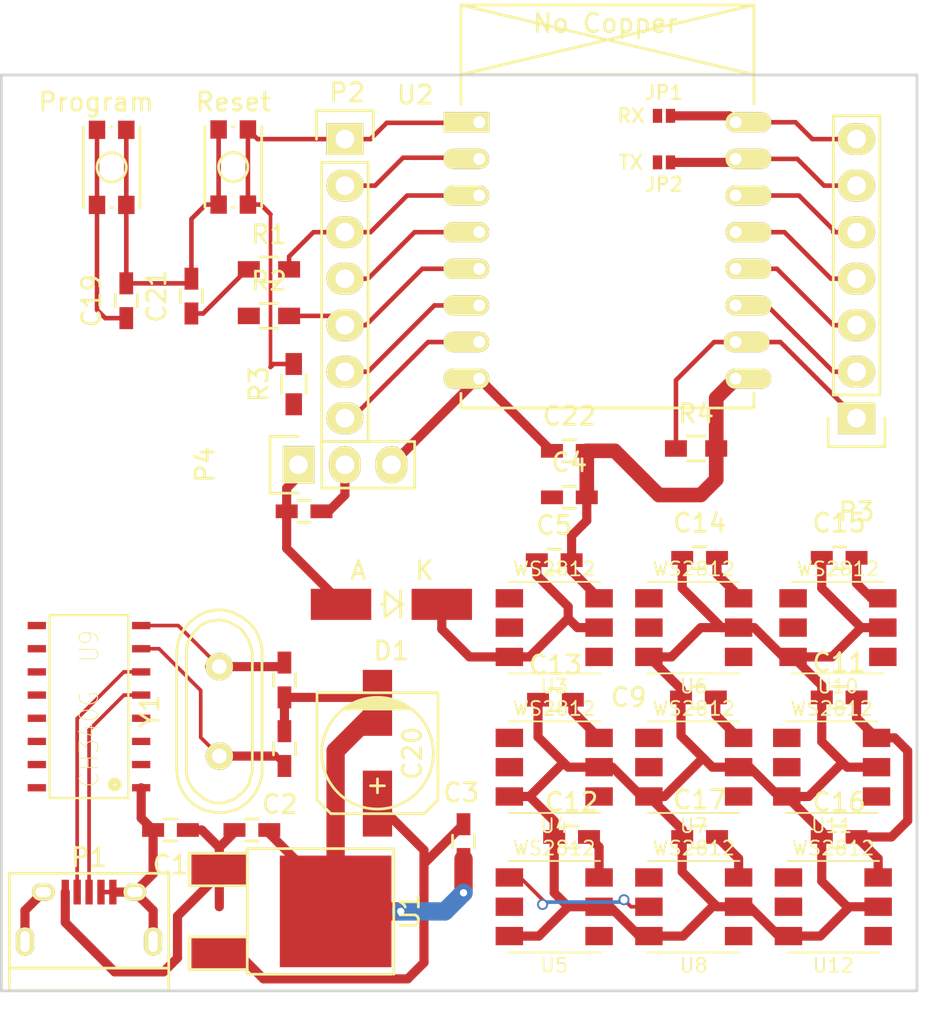
<source format=kicad_pcb>
(kicad_pcb (version 4) (host pcbnew 4.0.2-4+6225~38~ubuntu15.10.1-stable)

  (general
    (links 131)
    (no_connects 130)
    (area 219.924999 59.924999 270.075001 110.075001)
    (thickness 1.6)
    (drawings 4)
    (tracks 292)
    (zones 0)
    (modules 46)
    (nets 42)
  )

  (page A4)
  (layers
    (0 F.Cu signal)
    (31 B.Cu signal)
    (32 B.Adhes user)
    (33 F.Adhes user)
    (34 B.Paste user)
    (35 F.Paste user)
    (36 B.SilkS user)
    (37 F.SilkS user)
    (38 B.Mask user)
    (39 F.Mask user)
    (40 Dwgs.User user)
    (41 Cmts.User user)
    (42 Eco1.User user)
    (43 Eco2.User user)
    (44 Edge.Cuts user)
    (45 Margin user)
    (46 B.CrtYd user)
    (47 F.CrtYd user)
    (48 B.Fab user)
    (49 F.Fab user)
  )

  (setup
    (last_trace_width 0.2)
    (user_trace_width 0.1524)
    (user_trace_width 0.2)
    (user_trace_width 0.25)
    (user_trace_width 0.5)
    (user_trace_width 0.8)
    (user_trace_width 1)
    (trace_clearance 0.2)
    (zone_clearance 0.508)
    (zone_45_only no)
    (trace_min 0.1524)
    (segment_width 0.2)
    (edge_width 0.15)
    (via_size 0.6)
    (via_drill 0.4)
    (via_min_size 0.4)
    (via_min_drill 0.3)
    (uvia_size 0.3)
    (uvia_drill 0.1)
    (uvias_allowed no)
    (uvia_min_size 0.2)
    (uvia_min_drill 0.1)
    (pcb_text_width 0.3)
    (pcb_text_size 1.5 1.5)
    (mod_edge_width 0.15)
    (mod_text_size 1 1)
    (mod_text_width 0.15)
    (pad_size 1.524 1.524)
    (pad_drill 0.762)
    (pad_to_mask_clearance 0.2)
    (aux_axis_origin 0 0)
    (visible_elements FFFFFF7F)
    (pcbplotparams
      (layerselection 0x00030_80000001)
      (usegerberextensions false)
      (excludeedgelayer true)
      (linewidth 0.100000)
      (plotframeref false)
      (viasonmask false)
      (mode 1)
      (useauxorigin false)
      (hpglpennumber 1)
      (hpglpenspeed 20)
      (hpglpendiameter 15)
      (hpglpenoverlay 2)
      (psnegative false)
      (psa4output false)
      (plotreference true)
      (plotvalue true)
      (plotinvisibletext false)
      (padsonsilk false)
      (subtractmaskfromsilk false)
      (outputformat 1)
      (mirror false)
      (drillshape 0)
      (scaleselection 1)
      (outputdirectory ""))
  )

  (net 0 "")
  (net 1 +5V)
  (net 2 GND)
  (net 3 +3V3)
  (net 4 /CH_Pd)
  (net 5 /Prog_pin)
  (net 6 "Net-(C5-Pad1)")
  (net 7 "Net-(C6-Pad2)")
  (net 8 "Net-(C7-Pad2)")
  (net 9 /RESET)
  (net 10 /ESP_TX)
  (net 11 /CH340_RX)
  (net 12 /ESP_RX)
  (net 13 /CH340_TX)
  (net 14 /USB_D-)
  (net 15 /USB_D+)
  (net 16 /ADC_IN)
  (net 17 /GPIO16)
  (net 18 /GPIO14)
  (net 19 /GPIO12)
  (net 20 /GPIO13)
  (net 21 /GPIO15)
  (net 22 /GPIO0)
  (net 23 /GPIO4)
  (net 24 /GPIO5)
  (net 25 "Net-(R2-Pad1)")
  (net 26 "Net-(U3-Pad1)")
  (net 27 "Net-(U4-Pad1)")
  (net 28 "Net-(U10-Pad1)")
  (net 29 "Net-(U5-Pad1)")
  (net 30 "Net-(U11-Pad1)")
  (net 31 "Net-(U10-Pad2)")
  (net 32 "Net-(U11-Pad2)")
  (net 33 "Net-(U12-Pad2)")
  (net 34 "Net-(U9-Pad15)")
  (net 35 "Net-(U9-Pad14)")
  (net 36 "Net-(U9-Pad13)")
  (net 37 "Net-(U9-Pad12)")
  (net 38 "Net-(U9-Pad11)")
  (net 39 "Net-(U9-Pad10)")
  (net 40 "Net-(U9-Pad9)")
  (net 41 "Net-(U12-Pad1)")

  (net_class Default "This is the default net class."
    (clearance 0.2)
    (trace_width 0.1524)
    (via_dia 0.6)
    (via_drill 0.4)
    (uvia_dia 0.3)
    (uvia_drill 0.1)
    (add_net +3V3)
    (add_net +5V)
    (add_net /ADC_IN)
    (add_net /CH340_RX)
    (add_net /CH340_TX)
    (add_net /CH_Pd)
    (add_net /ESP_RX)
    (add_net /ESP_TX)
    (add_net /GPIO0)
    (add_net /GPIO12)
    (add_net /GPIO13)
    (add_net /GPIO14)
    (add_net /GPIO15)
    (add_net /GPIO16)
    (add_net /GPIO4)
    (add_net /GPIO5)
    (add_net /Prog_pin)
    (add_net /RESET)
    (add_net /USB_D+)
    (add_net /USB_D-)
    (add_net GND)
    (add_net "Net-(C5-Pad1)")
    (add_net "Net-(C6-Pad2)")
    (add_net "Net-(C7-Pad2)")
    (add_net "Net-(R2-Pad1)")
    (add_net "Net-(U10-Pad1)")
    (add_net "Net-(U10-Pad2)")
    (add_net "Net-(U11-Pad1)")
    (add_net "Net-(U11-Pad2)")
    (add_net "Net-(U12-Pad1)")
    (add_net "Net-(U12-Pad2)")
    (add_net "Net-(U3-Pad1)")
    (add_net "Net-(U4-Pad1)")
    (add_net "Net-(U5-Pad1)")
    (add_net "Net-(U9-Pad10)")
    (add_net "Net-(U9-Pad11)")
    (add_net "Net-(U9-Pad12)")
    (add_net "Net-(U9-Pad13)")
    (add_net "Net-(U9-Pad14)")
    (add_net "Net-(U9-Pad15)")
    (add_net "Net-(U9-Pad9)")
  )

  (module Capacitors_SMD:C_0603_HandSoldering (layer F.Cu) (tedit 56F18ABA) (tstamp 56EF3957)
    (at 235.458 96.774 270)
    (descr "Capacitor SMD 0603, hand soldering")
    (tags "capacitor 0603")
    (path /56E9431B)
    (attr smd)
    (fp_text reference C6 (at -0.127 -1.397 270) (layer F.SilkS) hide
      (effects (font (size 1 1) (thickness 0.15)))
    )
    (fp_text value 22p (at 0 1.9 270) (layer F.Fab)
      (effects (font (size 1 1) (thickness 0.15)))
    )
    (fp_line (start -1.85 -0.75) (end 1.85 -0.75) (layer F.CrtYd) (width 0.05))
    (fp_line (start -1.85 0.75) (end 1.85 0.75) (layer F.CrtYd) (width 0.05))
    (fp_line (start -1.85 -0.75) (end -1.85 0.75) (layer F.CrtYd) (width 0.05))
    (fp_line (start 1.85 -0.75) (end 1.85 0.75) (layer F.CrtYd) (width 0.05))
    (fp_line (start -0.35 -0.6) (end 0.35 -0.6) (layer F.SilkS) (width 0.15))
    (fp_line (start 0.35 0.6) (end -0.35 0.6) (layer F.SilkS) (width 0.15))
    (pad 1 smd rect (at -0.95 0 270) (size 1.2 0.75) (layers F.Cu F.Paste F.Mask)
      (net 2 GND))
    (pad 2 smd rect (at 0.95 0 270) (size 1.2 0.75) (layers F.Cu F.Paste F.Mask)
      (net 7 "Net-(C6-Pad2)"))
    (model Capacitors_SMD.3dshapes/C_0603_HandSoldering.wrl
      (at (xyz 0 0 0))
      (scale (xyz 1 1 1))
      (rotate (xyz 0 0 0))
    )
  )

  (module ESP8266:5050smd (layer F.Cu) (tedit 5153811C) (tstamp 56EF253A)
    (at 250.19 90.17)
    (path /56E93881)
    (fp_text reference U3 (at 0 3.2) (layer F.SilkS)
      (effects (font (size 0.762 0.762) (thickness 0.1016)))
    )
    (fp_text value WS2812 (at 0 -3.2) (layer F.SilkS)
      (effects (font (size 0.762 0.762) (thickness 0.1016)))
    )
    (fp_line (start -2.5 2.5) (end 2.5 2.5) (layer F.SilkS) (width 0.09906))
    (fp_line (start -2.5 -2.5) (end 2.5 -2.5) (layer F.SilkS) (width 0.09906))
    (pad 1 smd rect (at -2.45 -1.6) (size 1.5 1) (layers F.Cu F.Paste F.Mask)
      (net 26 "Net-(U3-Pad1)"))
    (pad 2 smd rect (at -2.45 0) (size 1.5 1) (layers F.Cu F.Paste F.Mask)
      (net 25 "Net-(R2-Pad1)"))
    (pad 3 smd rect (at -2.45 1.6) (size 1.5 1) (layers F.Cu F.Paste F.Mask)
      (net 6 "Net-(C5-Pad1)"))
    (pad 4 smd rect (at 2.45 1.6) (size 1.5 1) (layers F.Cu F.Paste F.Mask))
    (pad 5 smd rect (at 2.45 0) (size 1.5 1) (layers F.Cu F.Paste F.Mask)
      (net 6 "Net-(C5-Pad1)"))
    (pad 6 smd rect (at 2.45 -1.6) (size 1.5 1) (layers F.Cu F.Paste F.Mask)
      (net 2 GND))
  )

  (module ESP8266:ESP-07v2 (layer F.Cu) (tedit 556A0367) (tstamp 56EF2B80)
    (at 246.096 62.58)
    (descr "Module, ESP-8266, ESP-07v2, 16 pad, SMD")
    (tags "Module ESP-8266 ESP8266")
    (path /56E1763D)
    (fp_text reference U2 (at -3.5 -1.5) (layer F.SilkS)
      (effects (font (size 1 1) (thickness 0.15)))
    )
    (fp_text value ESP-07v2 (at 7.11 8.89) (layer F.Fab)
      (effects (font (size 1 1) (thickness 0.15)))
    )
    (fp_line (start -2.25 -0.5) (end -2.25 -6.65) (layer F.CrtYd) (width 0.05))
    (fp_line (start -2.25 -6.65) (end 16.25 -6.65) (layer F.CrtYd) (width 0.05))
    (fp_line (start 16.25 -6.65) (end 16.25 16) (layer F.CrtYd) (width 0.05))
    (fp_line (start 16.25 16) (end -2.25 16) (layer F.CrtYd) (width 0.05))
    (fp_line (start -2.25 16) (end -2.25 -0.5) (layer F.CrtYd) (width 0.05))
    (fp_line (start -1 -6.4) (end 15 -6.4) (layer F.SilkS) (width 0.1524))
    (fp_line (start 15 -6.4) (end 15 -1) (layer F.SilkS) (width 0.1524))
    (fp_line (start -1 -6.4) (end -1 -1) (layer F.SilkS) (width 0.1524))
    (fp_line (start -1 14.8) (end -1 15.6) (layer F.SilkS) (width 0.1524))
    (fp_line (start -1 15.6) (end 15 15.6) (layer F.SilkS) (width 0.1524))
    (fp_line (start 15 15.6) (end 15 14.8) (layer F.SilkS) (width 0.1524))
    (fp_line (start 15 -6.4) (end -1 -2.6) (layer F.SilkS) (width 0.1524))
    (fp_line (start -1 -6.4) (end 15 -2.6) (layer F.SilkS) (width 0.1524))
    (fp_text user "No Copper" (at 6.892 -5.4) (layer F.SilkS)
      (effects (font (size 1 1) (thickness 0.15)))
    )
    (fp_line (start -1.008 -2.6) (end 14.992 -2.6) (layer F.SilkS) (width 0.1524))
    (fp_line (start 15 -6.4) (end 15 15.6) (layer F.Fab) (width 0.05))
    (fp_line (start 15 15.6) (end -1 15.6) (layer F.Fab) (width 0.05))
    (fp_line (start -1.008 15.6) (end -1.008 -6.4) (layer F.Fab) (width 0.05))
    (fp_line (start -1 -6.4) (end 15 -6.4) (layer F.Fab) (width 0.05))
    (pad 1 thru_hole rect (at 0 0) (size 2.5 1.1) (drill 0.65 (offset -0.7 0)) (layers *.Cu *.Mask F.SilkS)
      (net 9 /RESET))
    (pad 2 thru_hole oval (at 0 2) (size 2.5 1.1) (drill 0.65 (offset -0.7 0)) (layers *.Cu *.Mask F.SilkS)
      (net 16 /ADC_IN))
    (pad 3 thru_hole oval (at 0 4) (size 2.5 1.1) (drill 0.65 (offset -0.7 0)) (layers *.Cu *.Mask F.SilkS)
      (net 4 /CH_Pd))
    (pad 4 thru_hole oval (at 0 6) (size 2.5 1.1) (drill 0.65 (offset -0.7 0)) (layers *.Cu *.Mask F.SilkS)
      (net 17 /GPIO16))
    (pad 5 thru_hole oval (at 0 8) (size 2.5 1.1) (drill 0.65 (offset -0.7 0)) (layers *.Cu *.Mask F.SilkS)
      (net 18 /GPIO14))
    (pad 6 thru_hole oval (at 0 10) (size 2.5 1.1) (drill 0.65 (offset -0.7 0)) (layers *.Cu *.Mask F.SilkS)
      (net 19 /GPIO12))
    (pad 7 thru_hole oval (at 0 12) (size 2.5 1.1) (drill 0.65 (offset -0.7 0)) (layers *.Cu *.Mask F.SilkS)
      (net 20 /GPIO13))
    (pad 8 thru_hole oval (at 0 14) (size 2.5 1.1) (drill 0.65 (offset -0.7 0)) (layers *.Cu *.Mask F.SilkS)
      (net 3 +3V3))
    (pad 9 thru_hole oval (at 14 14) (size 2.5 1.1) (drill 0.65 (offset 0.7 0)) (layers *.Cu *.Mask F.SilkS)
      (net 2 GND))
    (pad 10 thru_hole oval (at 14 12) (size 2.5 1.1) (drill 0.65 (offset 0.6 0)) (layers *.Cu *.Mask F.SilkS)
      (net 21 /GPIO15))
    (pad 11 thru_hole oval (at 14 10) (size 2.5 1.1) (drill 0.65 (offset 0.7 0)) (layers *.Cu *.Mask F.SilkS)
      (net 5 /Prog_pin))
    (pad 12 thru_hole oval (at 14 8) (size 2.5 1.1) (drill 0.65 (offset 0.7 0)) (layers *.Cu *.Mask F.SilkS)
      (net 22 /GPIO0))
    (pad 13 thru_hole oval (at 14 6) (size 2.5 1.1) (drill 0.65 (offset 0.7 0)) (layers *.Cu *.Mask F.SilkS)
      (net 23 /GPIO4))
    (pad 14 thru_hole oval (at 14 4) (size 2.5 1.1) (drill 0.65 (offset 0.7 0)) (layers *.Cu *.Mask F.SilkS)
      (net 24 /GPIO5))
    (pad 15 thru_hole oval (at 14 2) (size 2.5 1.1) (drill 0.65 (offset 0.7 0)) (layers *.Cu *.Mask F.SilkS)
      (net 12 /ESP_RX))
    (pad 16 thru_hole oval (at 14 0) (size 2.5 1.1) (drill 0.65 (offset 0.7 0)) (layers *.Cu *.Mask F.SilkS)
      (net 10 /ESP_TX))
    (model /home/luggi/kicad/libraries/kicad-ESP8266/ESP8266.3dshapes/ESP-07v2.wrl
      (at (xyz 0 0 0))
      (scale (xyz 0.3937 0.3937 0.3937))
      (rotate (xyz 0 0 0))
    )
  )

  (module Connect:USB_Micro-B (layer F.Cu) (tedit 5543E447) (tstamp 56E889BD)
    (at 224.79 106.172)
    (descr "Micro USB Type B Receptacle")
    (tags "USB USB_B USB_micro USB_OTG")
    (path /56E170E2)
    (attr smd)
    (fp_text reference P1 (at 0 -3.45) (layer F.SilkS)
      (effects (font (size 1 1) (thickness 0.15)))
    )
    (fp_text value USB_OTG (at 0 4.8) (layer F.Fab)
      (effects (font (size 1 1) (thickness 0.15)))
    )
    (fp_line (start -4.6 -2.8) (end 4.6 -2.8) (layer F.CrtYd) (width 0.05))
    (fp_line (start 4.6 -2.8) (end 4.6 4.05) (layer F.CrtYd) (width 0.05))
    (fp_line (start 4.6 4.05) (end -4.6 4.05) (layer F.CrtYd) (width 0.05))
    (fp_line (start -4.6 4.05) (end -4.6 -2.8) (layer F.CrtYd) (width 0.05))
    (fp_line (start -4.3509 3.81746) (end 4.3491 3.81746) (layer F.SilkS) (width 0.15))
    (fp_line (start -4.3509 -2.58754) (end 4.3491 -2.58754) (layer F.SilkS) (width 0.15))
    (fp_line (start 4.3491 -2.58754) (end 4.3491 3.81746) (layer F.SilkS) (width 0.15))
    (fp_line (start 4.3491 2.58746) (end -4.3509 2.58746) (layer F.SilkS) (width 0.15))
    (fp_line (start -4.3509 3.81746) (end -4.3509 -2.58754) (layer F.SilkS) (width 0.15))
    (pad 1 smd rect (at -1.3009 -1.56254 90) (size 1.35 0.4) (layers F.Cu F.Paste F.Mask)
      (net 1 +5V))
    (pad 2 smd rect (at -0.6509 -1.56254 90) (size 1.35 0.4) (layers F.Cu F.Paste F.Mask)
      (net 14 /USB_D-))
    (pad 3 smd rect (at -0.0009 -1.56254 90) (size 1.35 0.4) (layers F.Cu F.Paste F.Mask)
      (net 15 /USB_D+))
    (pad 4 smd rect (at 0.6491 -1.56254 90) (size 1.35 0.4) (layers F.Cu F.Paste F.Mask)
      (net 2 GND))
    (pad 5 smd rect (at 1.2991 -1.56254 90) (size 1.35 0.4) (layers F.Cu F.Paste F.Mask)
      (net 2 GND))
    (pad 6 thru_hole oval (at -2.5009 -1.56254 90) (size 0.95 1.25) (drill oval 0.55 0.85) (layers *.Cu *.Mask F.SilkS)
      (net 2 GND))
    (pad 6 thru_hole oval (at 2.4991 -1.56254 90) (size 0.95 1.25) (drill oval 0.55 0.85) (layers *.Cu *.Mask F.SilkS)
      (net 2 GND))
    (pad 6 thru_hole oval (at -3.5009 1.13746 90) (size 1.55 1) (drill oval 1.15 0.5) (layers *.Cu *.Mask F.SilkS)
      (net 2 GND))
    (pad 6 thru_hole oval (at 3.4991 1.13746 90) (size 1.55 1) (drill oval 1.15 0.5) (layers *.Cu *.Mask F.SilkS)
      (net 2 GND))
  )

  (module Capacitors_SMD:c_elec_6.3x5.8 (layer F.Cu) (tedit 56F18AA9) (tstamp 56EF24D1)
    (at 240.538 97.028 270)
    (descr "SMT capacitor, aluminium electrolytic, 6.3x5.8")
    (path /56EF5FF1)
    (attr smd)
    (fp_text reference C20 (at 0 -1.905 270) (layer F.SilkS)
      (effects (font (size 1 1) (thickness 0.15)))
    )
    (fp_text value CP (at 0 4.445 270) (layer F.Fab) hide
      (effects (font (size 1 1) (thickness 0.15)))
    )
    (fp_line (start -4.85 -3.65) (end 4.85 -3.7) (layer F.CrtYd) (width 0.05))
    (fp_line (start 4.85 -3.7) (end 4.85 3.65) (layer F.CrtYd) (width 0.05))
    (fp_line (start 4.85 3.65) (end -4.85 3.65) (layer F.CrtYd) (width 0.05))
    (fp_line (start -4.85 3.65) (end -4.85 -3.65) (layer F.CrtYd) (width 0.05))
    (fp_line (start -2.921 -0.762) (end -2.921 0.762) (layer F.SilkS) (width 0.15))
    (fp_line (start -2.794 1.143) (end -2.794 -1.143) (layer F.SilkS) (width 0.15))
    (fp_line (start -2.667 -1.397) (end -2.667 1.397) (layer F.SilkS) (width 0.15))
    (fp_line (start -2.54 1.651) (end -2.54 -1.651) (layer F.SilkS) (width 0.15))
    (fp_line (start -2.413 -1.778) (end -2.413 1.778) (layer F.SilkS) (width 0.15))
    (fp_line (start -3.302 -3.302) (end -3.302 3.302) (layer F.SilkS) (width 0.15))
    (fp_line (start -3.302 3.302) (end 2.54 3.302) (layer F.SilkS) (width 0.15))
    (fp_line (start 2.54 3.302) (end 3.302 2.54) (layer F.SilkS) (width 0.15))
    (fp_line (start 3.302 2.54) (end 3.302 -2.54) (layer F.SilkS) (width 0.15))
    (fp_line (start 3.302 -2.54) (end 2.54 -3.302) (layer F.SilkS) (width 0.15))
    (fp_line (start 2.54 -3.302) (end -3.302 -3.302) (layer F.SilkS) (width 0.15))
    (fp_line (start 2.159 0) (end 1.397 0) (layer F.SilkS) (width 0.15))
    (fp_line (start 1.778 -0.381) (end 1.778 0.381) (layer F.SilkS) (width 0.15))
    (fp_circle (center 0 0) (end -3.048 0) (layer F.SilkS) (width 0.15))
    (pad 1 smd rect (at 2.75082 0 270) (size 3.59918 1.6002) (layers F.Cu F.Paste F.Mask)
      (net 3 +3V3))
    (pad 2 smd rect (at -2.75082 0 270) (size 3.59918 1.6002) (layers F.Cu F.Paste F.Mask)
      (net 2 GND))
    (model Capacitors_SMD.3dshapes/c_elec_6.3x5.8.wrl
      (at (xyz 0 0 0))
      (scale (xyz 1 1 1))
      (rotate (xyz 0 0 0))
    )
  )

  (module Diodes_SMD:MiniMELF_Handsoldering (layer F.Cu) (tedit 5530FDE5) (tstamp 56EF24E3)
    (at 241.3 88.9 180)
    (descr "Diode Mini-MELF Handsoldering")
    (tags "Diode Mini-MELF Handsoldering")
    (path /56EAE640)
    (attr smd)
    (fp_text reference D1 (at 0 -2.54 180) (layer F.SilkS)
      (effects (font (size 1 1) (thickness 0.15)))
    )
    (fp_text value D (at 0 3.81 180) (layer F.Fab)
      (effects (font (size 1 1) (thickness 0.15)))
    )
    (fp_line (start -4.55 -1) (end 4.55 -1) (layer F.CrtYd) (width 0.05))
    (fp_line (start 4.55 -1) (end 4.55 1) (layer F.CrtYd) (width 0.05))
    (fp_line (start 4.55 1) (end -4.55 1) (layer F.CrtYd) (width 0.05))
    (fp_line (start -4.55 1) (end -4.55 -1) (layer F.CrtYd) (width 0.05))
    (fp_line (start -0.49958 0) (end -0.64944 0) (layer F.SilkS) (width 0.15))
    (fp_line (start 0.34878 0) (end 0.54944 0) (layer F.SilkS) (width 0.15))
    (fp_line (start -0.49958 0) (end -0.49958 0.7493) (layer F.SilkS) (width 0.15))
    (fp_line (start -0.49958 0) (end -0.49958 -0.70104) (layer F.SilkS) (width 0.15))
    (fp_line (start -0.49958 0) (end 0.34878 -0.70104) (layer F.SilkS) (width 0.15))
    (fp_line (start 0.34878 -0.70104) (end 0.34878 0.70104) (layer F.SilkS) (width 0.15))
    (fp_line (start 0.34878 0.70104) (end -0.49958 0) (layer F.SilkS) (width 0.15))
    (fp_text user K (at -1.8 1.85 180) (layer F.SilkS)
      (effects (font (size 1 1) (thickness 0.15)))
    )
    (fp_text user A (at 1.8 1.85 180) (layer F.SilkS)
      (effects (font (size 1 1) (thickness 0.15)))
    )
    (pad 1 smd rect (at -2.75082 0 180) (size 3.29946 1.69926) (layers F.Cu F.Paste F.Mask)
      (net 6 "Net-(C5-Pad1)"))
    (pad 2 smd rect (at 2.75082 0 180) (size 3.29946 1.69926) (layers F.Cu F.Paste F.Mask)
      (net 1 +5V))
    (model Diodes_SMD.3dshapes/MiniMELF_Handsoldering.wrl
      (at (xyz 0 0 0))
      (scale (xyz 0.3937 0.3937 0.3937))
      (rotate (xyz 0 0 180))
    )
  )

  (module open-project:S_JUMPER_2 (layer F.Cu) (tedit 56F17FDA) (tstamp 56EF24E9)
    (at 256.1844 62.23 180)
    (path /56E95E42)
    (fp_text reference JP1 (at 0 1.27 180) (layer F.SilkS)
      (effects (font (size 0.762 0.762) (thickness 0.127)))
    )
    (fp_text value RX (at 1.8034 0 180) (layer F.SilkS)
      (effects (font (size 0.762 0.762) (thickness 0.127)))
    )
    (pad 1 smd rect (at -0.3556 0 180) (size 0.508 0.762) (layers F.Cu F.Paste F.Mask)
      (net 10 /ESP_TX) (clearance 0.2032))
    (pad 2 smd rect (at 0.3556 0 180) (size 0.508 0.762) (layers F.Cu F.Paste F.Mask)
      (net 11 /CH340_RX) (clearance 0.2032))
  )

  (module open-project:S_JUMPER_2 (layer F.Cu) (tedit 56F17FDF) (tstamp 56EF24EF)
    (at 256.1844 64.77 180)
    (path /56E96053)
    (fp_text reference JP2 (at 0 -1.2 180) (layer F.SilkS)
      (effects (font (size 0.762 0.762) (thickness 0.127)))
    )
    (fp_text value TX (at 1.8034 0 180) (layer F.SilkS)
      (effects (font (size 0.762 0.762) (thickness 0.127)))
    )
    (pad 1 smd rect (at -0.3556 0 180) (size 0.508 0.762) (layers F.Cu F.Paste F.Mask)
      (net 12 /ESP_RX) (clearance 0.2032))
    (pad 2 smd rect (at 0.3556 0 180) (size 0.508 0.762) (layers F.Cu F.Paste F.Mask)
      (net 13 /CH340_TX) (clearance 0.2032))
  )

  (module Pin_Headers:Pin_Header_Straight_1x07 (layer F.Cu) (tedit 0) (tstamp 56EF24FA)
    (at 238.76 63.5)
    (descr "Through hole pin header")
    (tags "pin header")
    (path /56EC0B57)
    (fp_text reference P2 (at 0.127 -2.54) (layer F.SilkS)
      (effects (font (size 1 1) (thickness 0.15)))
    )
    (fp_text value CONN_01X07 (at 0 -3.1) (layer F.Fab)
      (effects (font (size 1 1) (thickness 0.15)))
    )
    (fp_line (start -1.75 -1.75) (end -1.75 17) (layer F.CrtYd) (width 0.05))
    (fp_line (start 1.75 -1.75) (end 1.75 17) (layer F.CrtYd) (width 0.05))
    (fp_line (start -1.75 -1.75) (end 1.75 -1.75) (layer F.CrtYd) (width 0.05))
    (fp_line (start -1.75 17) (end 1.75 17) (layer F.CrtYd) (width 0.05))
    (fp_line (start 1.27 1.27) (end 1.27 16.51) (layer F.SilkS) (width 0.15))
    (fp_line (start 1.27 16.51) (end -1.27 16.51) (layer F.SilkS) (width 0.15))
    (fp_line (start -1.27 16.51) (end -1.27 1.27) (layer F.SilkS) (width 0.15))
    (fp_line (start 1.55 -1.55) (end 1.55 0) (layer F.SilkS) (width 0.15))
    (fp_line (start 1.27 1.27) (end -1.27 1.27) (layer F.SilkS) (width 0.15))
    (fp_line (start -1.55 0) (end -1.55 -1.55) (layer F.SilkS) (width 0.15))
    (fp_line (start -1.55 -1.55) (end 1.55 -1.55) (layer F.SilkS) (width 0.15))
    (pad 1 thru_hole rect (at 0 0) (size 2.032 1.7272) (drill 1.016) (layers *.Cu *.Mask F.SilkS)
      (net 9 /RESET))
    (pad 2 thru_hole oval (at 0 2.54) (size 2.032 1.7272) (drill 1.016) (layers *.Cu *.Mask F.SilkS)
      (net 16 /ADC_IN))
    (pad 3 thru_hole oval (at 0 5.08) (size 2.032 1.7272) (drill 1.016) (layers *.Cu *.Mask F.SilkS)
      (net 4 /CH_Pd))
    (pad 4 thru_hole oval (at 0 7.62) (size 2.032 1.7272) (drill 1.016) (layers *.Cu *.Mask F.SilkS)
      (net 17 /GPIO16))
    (pad 5 thru_hole oval (at 0 10.16) (size 2.032 1.7272) (drill 1.016) (layers *.Cu *.Mask F.SilkS)
      (net 18 /GPIO14))
    (pad 6 thru_hole oval (at 0 12.7) (size 2.032 1.7272) (drill 1.016) (layers *.Cu *.Mask F.SilkS)
      (net 19 /GPIO12))
    (pad 7 thru_hole oval (at 0 15.24) (size 2.032 1.7272) (drill 1.016) (layers *.Cu *.Mask F.SilkS)
      (net 20 /GPIO13))
    (model Pin_Headers.3dshapes/Pin_Header_Straight_1x07.wrl
      (at (xyz 0 -0.3 0))
      (scale (xyz 1 1 1))
      (rotate (xyz 0 0 90))
    )
  )

  (module Pin_Headers:Pin_Header_Straight_1x07 (layer F.Cu) (tedit 0) (tstamp 56EF2505)
    (at 266.7 78.74 180)
    (descr "Through hole pin header")
    (tags "pin header")
    (path /56EC0BDE)
    (fp_text reference P3 (at 0 -5.1 180) (layer F.SilkS)
      (effects (font (size 1 1) (thickness 0.15)))
    )
    (fp_text value CONN_01X07 (at 0 -3.1 180) (layer F.Fab)
      (effects (font (size 1 1) (thickness 0.15)))
    )
    (fp_line (start -1.75 -1.75) (end -1.75 17) (layer F.CrtYd) (width 0.05))
    (fp_line (start 1.75 -1.75) (end 1.75 17) (layer F.CrtYd) (width 0.05))
    (fp_line (start -1.75 -1.75) (end 1.75 -1.75) (layer F.CrtYd) (width 0.05))
    (fp_line (start -1.75 17) (end 1.75 17) (layer F.CrtYd) (width 0.05))
    (fp_line (start 1.27 1.27) (end 1.27 16.51) (layer F.SilkS) (width 0.15))
    (fp_line (start 1.27 16.51) (end -1.27 16.51) (layer F.SilkS) (width 0.15))
    (fp_line (start -1.27 16.51) (end -1.27 1.27) (layer F.SilkS) (width 0.15))
    (fp_line (start 1.55 -1.55) (end 1.55 0) (layer F.SilkS) (width 0.15))
    (fp_line (start 1.27 1.27) (end -1.27 1.27) (layer F.SilkS) (width 0.15))
    (fp_line (start -1.55 0) (end -1.55 -1.55) (layer F.SilkS) (width 0.15))
    (fp_line (start -1.55 -1.55) (end 1.55 -1.55) (layer F.SilkS) (width 0.15))
    (pad 1 thru_hole rect (at 0 0 180) (size 2.032 1.7272) (drill 1.016) (layers *.Cu *.Mask F.SilkS)
      (net 21 /GPIO15))
    (pad 2 thru_hole oval (at 0 2.54 180) (size 2.032 1.7272) (drill 1.016) (layers *.Cu *.Mask F.SilkS)
      (net 5 /Prog_pin))
    (pad 3 thru_hole oval (at 0 5.08 180) (size 2.032 1.7272) (drill 1.016) (layers *.Cu *.Mask F.SilkS)
      (net 22 /GPIO0))
    (pad 4 thru_hole oval (at 0 7.62 180) (size 2.032 1.7272) (drill 1.016) (layers *.Cu *.Mask F.SilkS)
      (net 23 /GPIO4))
    (pad 5 thru_hole oval (at 0 10.16 180) (size 2.032 1.7272) (drill 1.016) (layers *.Cu *.Mask F.SilkS)
      (net 24 /GPIO5))
    (pad 6 thru_hole oval (at 0 12.7 180) (size 2.032 1.7272) (drill 1.016) (layers *.Cu *.Mask F.SilkS)
      (net 12 /ESP_RX))
    (pad 7 thru_hole oval (at 0 15.24 180) (size 2.032 1.7272) (drill 1.016) (layers *.Cu *.Mask F.SilkS)
      (net 10 /ESP_TX))
    (model Pin_Headers.3dshapes/Pin_Header_Straight_1x07.wrl
      (at (xyz 0 -0.3 0))
      (scale (xyz 1 1 1))
      (rotate (xyz 0 0 90))
    )
  )

  (module Pin_Headers:Pin_Header_Straight_1x03 (layer F.Cu) (tedit 0) (tstamp 56EF250C)
    (at 236.22 81.28 90)
    (descr "Through hole pin header")
    (tags "pin header")
    (path /56EEEC1D)
    (fp_text reference P4 (at 0 -5.1 90) (layer F.SilkS)
      (effects (font (size 1 1) (thickness 0.15)))
    )
    (fp_text value CONN_01X03 (at 0 -3.1 90) (layer F.Fab)
      (effects (font (size 1 1) (thickness 0.15)))
    )
    (fp_line (start -1.75 -1.75) (end -1.75 6.85) (layer F.CrtYd) (width 0.05))
    (fp_line (start 1.75 -1.75) (end 1.75 6.85) (layer F.CrtYd) (width 0.05))
    (fp_line (start -1.75 -1.75) (end 1.75 -1.75) (layer F.CrtYd) (width 0.05))
    (fp_line (start -1.75 6.85) (end 1.75 6.85) (layer F.CrtYd) (width 0.05))
    (fp_line (start -1.27 1.27) (end -1.27 6.35) (layer F.SilkS) (width 0.15))
    (fp_line (start -1.27 6.35) (end 1.27 6.35) (layer F.SilkS) (width 0.15))
    (fp_line (start 1.27 6.35) (end 1.27 1.27) (layer F.SilkS) (width 0.15))
    (fp_line (start 1.55 -1.55) (end 1.55 0) (layer F.SilkS) (width 0.15))
    (fp_line (start 1.27 1.27) (end -1.27 1.27) (layer F.SilkS) (width 0.15))
    (fp_line (start -1.55 0) (end -1.55 -1.55) (layer F.SilkS) (width 0.15))
    (fp_line (start -1.55 -1.55) (end 1.55 -1.55) (layer F.SilkS) (width 0.15))
    (pad 1 thru_hole rect (at 0 0 90) (size 2.032 1.7272) (drill 1.016) (layers *.Cu *.Mask F.SilkS)
      (net 1 +5V))
    (pad 2 thru_hole oval (at 0 2.54 90) (size 2.032 1.7272) (drill 1.016) (layers *.Cu *.Mask F.SilkS)
      (net 2 GND))
    (pad 3 thru_hole oval (at 0 5.08 90) (size 2.032 1.7272) (drill 1.016) (layers *.Cu *.Mask F.SilkS)
      (net 3 +3V3))
    (model Pin_Headers.3dshapes/Pin_Header_Straight_1x03.wrl
      (at (xyz 0 -0.1 0))
      (scale (xyz 1 1 1))
      (rotate (xyz 0 0 90))
    )
  )

  (module Buttons_Switches_SMD:SW_SPST_KMR2 (layer F.Cu) (tedit 56F17FBC) (tstamp 56EF2526)
    (at 232.664 65.024 270)
    (descr "CK components KMR2 tactile switch http://www.ck-components.com/kmr-2/tactile,10572,en.html")
    (tags "tactile switch kmr2")
    (path /56EB3E0E)
    (attr smd)
    (fp_text reference Reset (at -3.556 0 360) (layer F.SilkS)
      (effects (font (size 1 1) (thickness 0.15)))
    )
    (fp_text value SW_PUSH (at 0 2.55 270) (layer F.Fab)
      (effects (font (size 1 1) (thickness 0.15)))
    )
    (fp_line (start 2.2 0.05) (end 2.2 -0.05) (layer F.SilkS) (width 0.15))
    (fp_line (start -2.8 -1.8) (end 2.8 -1.8) (layer F.CrtYd) (width 0.05))
    (fp_line (start 2.8 -1.8) (end 2.8 1.8) (layer F.CrtYd) (width 0.05))
    (fp_line (start 2.8 1.8) (end -2.8 1.8) (layer F.CrtYd) (width 0.05))
    (fp_line (start -2.8 1.8) (end -2.8 -1.8) (layer F.CrtYd) (width 0.05))
    (fp_circle (center 0 0) (end 0 0.8) (layer F.SilkS) (width 0.15))
    (fp_line (start -2.2 1.55) (end 2.2 1.55) (layer F.SilkS) (width 0.15))
    (fp_line (start 2.2 -1.55) (end -2.2 -1.55) (layer F.SilkS) (width 0.15))
    (fp_line (start -2.2 0.05) (end -2.2 -0.05) (layer F.SilkS) (width 0.15))
    (pad 1 smd rect (at -2.05 -0.8) (size 0.9 1) (layers F.Cu F.Paste F.Mask)
      (net 9 /RESET))
    (pad 2 smd rect (at -2.05 0.8) (size 0.9 1) (layers F.Cu F.Paste F.Mask)
      (net 2 GND))
    (pad 1 smd rect (at 2.05 -0.8) (size 0.9 1) (layers F.Cu F.Paste F.Mask)
      (net 9 /RESET))
    (pad 2 smd rect (at 2.05 0.8) (size 0.9 1) (layers F.Cu F.Paste F.Mask)
      (net 2 GND))
  )

  (module Buttons_Switches_SMD:SW_SPST_KMR2 (layer F.Cu) (tedit 56F17FC4) (tstamp 56EF252E)
    (at 226.022 65.042 90)
    (descr "CK components KMR2 tactile switch http://www.ck-components.com/kmr-2/tactile,10572,en.html")
    (tags "tactile switch kmr2")
    (path /56EB3EBF)
    (attr smd)
    (fp_text reference Program (at 3.574 -0.851 180) (layer F.SilkS)
      (effects (font (size 1 1) (thickness 0.15)))
    )
    (fp_text value SW_PUSH (at 0 2.55 90) (layer F.Fab)
      (effects (font (size 1 1) (thickness 0.15)))
    )
    (fp_line (start 2.2 0.05) (end 2.2 -0.05) (layer F.SilkS) (width 0.15))
    (fp_line (start -2.8 -1.8) (end 2.8 -1.8) (layer F.CrtYd) (width 0.05))
    (fp_line (start 2.8 -1.8) (end 2.8 1.8) (layer F.CrtYd) (width 0.05))
    (fp_line (start 2.8 1.8) (end -2.8 1.8) (layer F.CrtYd) (width 0.05))
    (fp_line (start -2.8 1.8) (end -2.8 -1.8) (layer F.CrtYd) (width 0.05))
    (fp_circle (center 0 0) (end 0 0.8) (layer F.SilkS) (width 0.15))
    (fp_line (start -2.2 1.55) (end 2.2 1.55) (layer F.SilkS) (width 0.15))
    (fp_line (start 2.2 -1.55) (end -2.2 -1.55) (layer F.SilkS) (width 0.15))
    (fp_line (start -2.2 0.05) (end -2.2 -0.05) (layer F.SilkS) (width 0.15))
    (pad 1 smd rect (at -2.05 -0.8 180) (size 0.9 1) (layers F.Cu F.Paste F.Mask)
      (net 5 /Prog_pin))
    (pad 2 smd rect (at -2.05 0.8 180) (size 0.9 1) (layers F.Cu F.Paste F.Mask)
      (net 2 GND))
    (pad 1 smd rect (at 2.05 -0.8 180) (size 0.9 1) (layers F.Cu F.Paste F.Mask)
      (net 5 /Prog_pin))
    (pad 2 smd rect (at 2.05 0.8 180) (size 0.9 1) (layers F.Cu F.Paste F.Mask)
      (net 2 GND))
  )

  (module ESP8266:5050smd (layer F.Cu) (tedit 5153811C) (tstamp 56EF2546)
    (at 250.19 97.79)
    (path /56E938D4)
    (fp_text reference U4 (at 0 3.2) (layer F.SilkS)
      (effects (font (size 0.762 0.762) (thickness 0.1016)))
    )
    (fp_text value WS2812 (at 0 -3.2) (layer F.SilkS)
      (effects (font (size 0.762 0.762) (thickness 0.1016)))
    )
    (fp_line (start -2.5 2.5) (end 2.5 2.5) (layer F.SilkS) (width 0.09906))
    (fp_line (start -2.5 -2.5) (end 2.5 -2.5) (layer F.SilkS) (width 0.09906))
    (pad 1 smd rect (at -2.45 -1.6) (size 1.5 1) (layers F.Cu F.Paste F.Mask)
      (net 27 "Net-(U4-Pad1)"))
    (pad 2 smd rect (at -2.45 0) (size 1.5 1) (layers F.Cu F.Paste F.Mask)
      (net 28 "Net-(U10-Pad1)"))
    (pad 3 smd rect (at -2.45 1.6) (size 1.5 1) (layers F.Cu F.Paste F.Mask)
      (net 1 +5V))
    (pad 4 smd rect (at 2.45 1.6) (size 1.5 1) (layers F.Cu F.Paste F.Mask))
    (pad 5 smd rect (at 2.45 0) (size 1.5 1) (layers F.Cu F.Paste F.Mask)
      (net 1 +5V))
    (pad 6 smd rect (at 2.45 -1.6) (size 1.5 1) (layers F.Cu F.Paste F.Mask)
      (net 2 GND))
  )

  (module ESP8266:5050smd (layer F.Cu) (tedit 5153811C) (tstamp 56EF2552)
    (at 250.19 105.41)
    (path /56E93923)
    (fp_text reference U5 (at 0 3.2) (layer F.SilkS)
      (effects (font (size 0.762 0.762) (thickness 0.1016)))
    )
    (fp_text value WS2812 (at 0 -3.2) (layer F.SilkS)
      (effects (font (size 0.762 0.762) (thickness 0.1016)))
    )
    (fp_line (start -2.5 2.5) (end 2.5 2.5) (layer F.SilkS) (width 0.09906))
    (fp_line (start -2.5 -2.5) (end 2.5 -2.5) (layer F.SilkS) (width 0.09906))
    (pad 1 smd rect (at -2.45 -1.6) (size 1.5 1) (layers F.Cu F.Paste F.Mask)
      (net 29 "Net-(U5-Pad1)"))
    (pad 2 smd rect (at -2.45 0) (size 1.5 1) (layers F.Cu F.Paste F.Mask)
      (net 30 "Net-(U11-Pad1)"))
    (pad 3 smd rect (at -2.45 1.6) (size 1.5 1) (layers F.Cu F.Paste F.Mask)
      (net 1 +5V))
    (pad 4 smd rect (at 2.45 1.6) (size 1.5 1) (layers F.Cu F.Paste F.Mask))
    (pad 5 smd rect (at 2.45 0) (size 1.5 1) (layers F.Cu F.Paste F.Mask)
      (net 1 +5V))
    (pad 6 smd rect (at 2.45 -1.6) (size 1.5 1) (layers F.Cu F.Paste F.Mask)
      (net 2 GND))
  )

  (module ESP8266:5050smd (layer F.Cu) (tedit 5153811C) (tstamp 56EF255E)
    (at 257.81 90.17)
    (path /56E9344A)
    (fp_text reference U6 (at 0 3.2) (layer F.SilkS)
      (effects (font (size 0.762 0.762) (thickness 0.1016)))
    )
    (fp_text value WS2812 (at 0 -3.2) (layer F.SilkS)
      (effects (font (size 0.762 0.762) (thickness 0.1016)))
    )
    (fp_line (start -2.5 2.5) (end 2.5 2.5) (layer F.SilkS) (width 0.09906))
    (fp_line (start -2.5 -2.5) (end 2.5 -2.5) (layer F.SilkS) (width 0.09906))
    (pad 1 smd rect (at -2.45 -1.6) (size 1.5 1) (layers F.Cu F.Paste F.Mask)
      (net 31 "Net-(U10-Pad2)"))
    (pad 2 smd rect (at -2.45 0) (size 1.5 1) (layers F.Cu F.Paste F.Mask)
      (net 26 "Net-(U3-Pad1)"))
    (pad 3 smd rect (at -2.45 1.6) (size 1.5 1) (layers F.Cu F.Paste F.Mask)
      (net 1 +5V))
    (pad 4 smd rect (at 2.45 1.6) (size 1.5 1) (layers F.Cu F.Paste F.Mask))
    (pad 5 smd rect (at 2.45 0) (size 1.5 1) (layers F.Cu F.Paste F.Mask)
      (net 1 +5V))
    (pad 6 smd rect (at 2.45 -1.6) (size 1.5 1) (layers F.Cu F.Paste F.Mask)
      (net 2 GND))
  )

  (module ESP8266:5050smd (layer F.Cu) (tedit 5153811C) (tstamp 56EF256A)
    (at 257.81 97.79)
    (path /56E9356F)
    (fp_text reference U7 (at 0 3.2) (layer F.SilkS)
      (effects (font (size 0.762 0.762) (thickness 0.1016)))
    )
    (fp_text value WS2812 (at 0 -3.2) (layer F.SilkS)
      (effects (font (size 0.762 0.762) (thickness 0.1016)))
    )
    (fp_line (start -2.5 2.5) (end 2.5 2.5) (layer F.SilkS) (width 0.09906))
    (fp_line (start -2.5 -2.5) (end 2.5 -2.5) (layer F.SilkS) (width 0.09906))
    (pad 1 smd rect (at -2.45 -1.6) (size 1.5 1) (layers F.Cu F.Paste F.Mask)
      (net 32 "Net-(U11-Pad2)"))
    (pad 2 smd rect (at -2.45 0) (size 1.5 1) (layers F.Cu F.Paste F.Mask)
      (net 27 "Net-(U4-Pad1)"))
    (pad 3 smd rect (at -2.45 1.6) (size 1.5 1) (layers F.Cu F.Paste F.Mask)
      (net 1 +5V))
    (pad 4 smd rect (at 2.45 1.6) (size 1.5 1) (layers F.Cu F.Paste F.Mask))
    (pad 5 smd rect (at 2.45 0) (size 1.5 1) (layers F.Cu F.Paste F.Mask)
      (net 1 +5V))
    (pad 6 smd rect (at 2.45 -1.6) (size 1.5 1) (layers F.Cu F.Paste F.Mask)
      (net 2 GND))
  )

  (module ESP8266:5050smd (layer F.Cu) (tedit 5153811C) (tstamp 56EF2576)
    (at 257.81 105.41)
    (path /56E936F3)
    (fp_text reference U8 (at 0 3.2) (layer F.SilkS)
      (effects (font (size 0.762 0.762) (thickness 0.1016)))
    )
    (fp_text value WS2812 (at 0 -3.2) (layer F.SilkS)
      (effects (font (size 0.762 0.762) (thickness 0.1016)))
    )
    (fp_line (start -2.5 2.5) (end 2.5 2.5) (layer F.SilkS) (width 0.09906))
    (fp_line (start -2.5 -2.5) (end 2.5 -2.5) (layer F.SilkS) (width 0.09906))
    (pad 1 smd rect (at -2.45 -1.6) (size 1.5 1) (layers F.Cu F.Paste F.Mask)
      (net 33 "Net-(U12-Pad2)"))
    (pad 2 smd rect (at -2.45 0) (size 1.5 1) (layers F.Cu F.Paste F.Mask)
      (net 29 "Net-(U5-Pad1)"))
    (pad 3 smd rect (at -2.45 1.6) (size 1.5 1) (layers F.Cu F.Paste F.Mask)
      (net 1 +5V))
    (pad 4 smd rect (at 2.45 1.6) (size 1.5 1) (layers F.Cu F.Paste F.Mask))
    (pad 5 smd rect (at 2.45 0) (size 1.5 1) (layers F.Cu F.Paste F.Mask)
      (net 1 +5V))
    (pad 6 smd rect (at 2.45 -1.6) (size 1.5 1) (layers F.Cu F.Paste F.Mask)
      (net 2 GND))
  )

  (module CH340G:SOP-16 (layer F.Cu) (tedit 0) (tstamp 56EF258A)
    (at 224.79 94.488 90)
    (path /56EF0EBA)
    (solder_mask_margin 0.1)
    (attr smd)
    (fp_text reference U9 (at 3.302 0 90) (layer F.SilkS)
      (effects (font (size 1 0.9) (thickness 0.05)))
    )
    (fp_text value CH340G (at -1.778 0 90) (layer F.SilkS)
      (effects (font (size 1 0.9) (thickness 0.05)))
    )
    (fp_line (start -4.99 2.145) (end 5 2.145) (layer F.SilkS) (width 0.127))
    (fp_line (start 5 2.145) (end 5 -2.155) (layer F.SilkS) (width 0.127))
    (fp_line (start 5 -2.155) (end -4.99 -2.155) (layer F.SilkS) (width 0.127))
    (fp_line (start -4.99 -2.155) (end -4.99 2.145) (layer F.SilkS) (width 0.127))
    (fp_circle (center -4.25 1.4) (end -4.2 1.4) (layer F.SilkS) (width 0.127))
    (fp_circle (center -4.25 1.4) (end -4.1382 1.4) (layer F.SilkS) (width 0.127))
    (fp_circle (center -4.25 1.4) (end -4.03787 1.4) (layer F.SilkS) (width 0.127))
    (fp_circle (center -4.25 1.4) (end -3.92985 1.4) (layer F.SilkS) (width 0.127))
    (pad 1 smd rect (at -4.425 2.845 270) (size 0.4 1) (layers F.Cu F.Paste F.Mask)
      (net 2 GND) (solder_mask_margin 0.2))
    (pad 2 smd rect (at -3.16 2.845 270) (size 0.4 1) (layers F.Cu F.Paste F.Mask)
      (net 11 /CH340_RX) (solder_mask_margin 0.2))
    (pad 3 smd rect (at -1.895 2.845 270) (size 0.4 1) (layers F.Cu F.Paste F.Mask)
      (net 13 /CH340_TX) (solder_mask_margin 0.2))
    (pad 4 smd rect (at -0.63 2.845 270) (size 0.4 1) (layers F.Cu F.Paste F.Mask)
      (net 3 +3V3) (solder_mask_margin 0.2))
    (pad 5 smd rect (at 0.635 2.845 270) (size 0.4 1) (layers F.Cu F.Paste F.Mask)
      (net 15 /USB_D+) (solder_mask_margin 0.2))
    (pad 6 smd rect (at 1.9 2.845 270) (size 0.4 1) (layers F.Cu F.Paste F.Mask)
      (net 14 /USB_D-) (solder_mask_margin 0.2))
    (pad 7 smd rect (at 3.165 2.845 270) (size 0.4 1) (layers F.Cu F.Paste F.Mask)
      (net 7 "Net-(C6-Pad2)") (solder_mask_margin 0.2))
    (pad 8 smd rect (at 4.43 2.845 270) (size 0.4 1) (layers F.Cu F.Paste F.Mask)
      (net 8 "Net-(C7-Pad2)") (solder_mask_margin 0.2))
    (pad 16 smd rect (at -4.425 -2.855 270) (size 0.4 1) (layers F.Cu F.Paste F.Mask)
      (net 3 +3V3) (solder_mask_margin 0.2))
    (pad 15 smd rect (at -3.16 -2.855 270) (size 0.4 1) (layers F.Cu F.Paste F.Mask)
      (net 34 "Net-(U9-Pad15)") (solder_mask_margin 0.2))
    (pad 14 smd rect (at -1.895 -2.855 270) (size 0.4 1) (layers F.Cu F.Paste F.Mask)
      (net 35 "Net-(U9-Pad14)") (solder_mask_margin 0.2))
    (pad 13 smd rect (at -0.63 -2.855 270) (size 0.4 1) (layers F.Cu F.Paste F.Mask)
      (net 36 "Net-(U9-Pad13)") (solder_mask_margin 0.2))
    (pad 12 smd rect (at 0.635 -2.855 270) (size 0.4 1) (layers F.Cu F.Paste F.Mask)
      (net 37 "Net-(U9-Pad12)") (solder_mask_margin 0.2))
    (pad 11 smd rect (at 1.9 -2.855 270) (size 0.4 1) (layers F.Cu F.Paste F.Mask)
      (net 38 "Net-(U9-Pad11)") (solder_mask_margin 0.2))
    (pad 10 smd rect (at 3.165 -2.855 270) (size 0.4 1) (layers F.Cu F.Paste F.Mask)
      (net 39 "Net-(U9-Pad10)") (solder_mask_margin 0.2))
    (pad 9 smd rect (at 4.43 -2.855 270) (size 0.4 1) (layers F.Cu F.Paste F.Mask)
      (net 40 "Net-(U9-Pad9)") (solder_mask_margin 0.2))
  )

  (module ESP8266:5050smd (layer F.Cu) (tedit 5153811C) (tstamp 56EF2596)
    (at 265.684 90.17)
    (path /56E93730)
    (fp_text reference U10 (at 0 3.2) (layer F.SilkS)
      (effects (font (size 0.762 0.762) (thickness 0.1016)))
    )
    (fp_text value WS2812 (at 0 -3.2) (layer F.SilkS)
      (effects (font (size 0.762 0.762) (thickness 0.1016)))
    )
    (fp_line (start -2.5 2.5) (end 2.5 2.5) (layer F.SilkS) (width 0.09906))
    (fp_line (start -2.5 -2.5) (end 2.5 -2.5) (layer F.SilkS) (width 0.09906))
    (pad 1 smd rect (at -2.45 -1.6) (size 1.5 1) (layers F.Cu F.Paste F.Mask)
      (net 28 "Net-(U10-Pad1)"))
    (pad 2 smd rect (at -2.45 0) (size 1.5 1) (layers F.Cu F.Paste F.Mask)
      (net 31 "Net-(U10-Pad2)"))
    (pad 3 smd rect (at -2.45 1.6) (size 1.5 1) (layers F.Cu F.Paste F.Mask)
      (net 1 +5V))
    (pad 4 smd rect (at 2.45 1.6) (size 1.5 1) (layers F.Cu F.Paste F.Mask))
    (pad 5 smd rect (at 2.45 0) (size 1.5 1) (layers F.Cu F.Paste F.Mask)
      (net 1 +5V))
    (pad 6 smd rect (at 2.45 -1.6) (size 1.5 1) (layers F.Cu F.Paste F.Mask)
      (net 2 GND))
  )

  (module ESP8266:5050smd (layer F.Cu) (tedit 5153811C) (tstamp 56EF25A2)
    (at 265.34 97.79)
    (path /56E937EB)
    (fp_text reference U11 (at 0 3.2) (layer F.SilkS)
      (effects (font (size 0.762 0.762) (thickness 0.1016)))
    )
    (fp_text value WS2812 (at 0 -3.2) (layer F.SilkS)
      (effects (font (size 0.762 0.762) (thickness 0.1016)))
    )
    (fp_line (start -2.5 2.5) (end 2.5 2.5) (layer F.SilkS) (width 0.09906))
    (fp_line (start -2.5 -2.5) (end 2.5 -2.5) (layer F.SilkS) (width 0.09906))
    (pad 1 smd rect (at -2.45 -1.6) (size 1.5 1) (layers F.Cu F.Paste F.Mask)
      (net 30 "Net-(U11-Pad1)"))
    (pad 2 smd rect (at -2.45 0) (size 1.5 1) (layers F.Cu F.Paste F.Mask)
      (net 32 "Net-(U11-Pad2)"))
    (pad 3 smd rect (at -2.45 1.6) (size 1.5 1) (layers F.Cu F.Paste F.Mask)
      (net 1 +5V))
    (pad 4 smd rect (at 2.45 1.6) (size 1.5 1) (layers F.Cu F.Paste F.Mask))
    (pad 5 smd rect (at 2.45 0) (size 1.5 1) (layers F.Cu F.Paste F.Mask)
      (net 1 +5V))
    (pad 6 smd rect (at 2.45 -1.6) (size 1.5 1) (layers F.Cu F.Paste F.Mask)
      (net 2 GND))
  )

  (module ESP8266:5050smd (layer F.Cu) (tedit 5153811C) (tstamp 56EF25AE)
    (at 265.43 105.41)
    (path /56E9382C)
    (fp_text reference U12 (at 0 3.2) (layer F.SilkS)
      (effects (font (size 0.762 0.762) (thickness 0.1016)))
    )
    (fp_text value WS2812 (at 0 -3.2) (layer F.SilkS)
      (effects (font (size 0.762 0.762) (thickness 0.1016)))
    )
    (fp_line (start -2.5 2.5) (end 2.5 2.5) (layer F.SilkS) (width 0.09906))
    (fp_line (start -2.5 -2.5) (end 2.5 -2.5) (layer F.SilkS) (width 0.09906))
    (pad 1 smd rect (at -2.45 -1.6) (size 1.5 1) (layers F.Cu F.Paste F.Mask)
      (net 41 "Net-(U12-Pad1)"))
    (pad 2 smd rect (at -2.45 0) (size 1.5 1) (layers F.Cu F.Paste F.Mask)
      (net 33 "Net-(U12-Pad2)"))
    (pad 3 smd rect (at -2.45 1.6) (size 1.5 1) (layers F.Cu F.Paste F.Mask)
      (net 1 +5V))
    (pad 4 smd rect (at 2.45 1.6) (size 1.5 1) (layers F.Cu F.Paste F.Mask))
    (pad 5 smd rect (at 2.45 0) (size 1.5 1) (layers F.Cu F.Paste F.Mask)
      (net 1 +5V))
    (pad 6 smd rect (at 2.45 -1.6) (size 1.5 1) (layers F.Cu F.Paste F.Mask)
      (net 2 GND))
  )

  (module Crystals:Crystal_HC49-U_Vertical (layer F.Cu) (tedit 0) (tstamp 56EF25B4)
    (at 231.902 94.742 90)
    (descr "Crystal Quarz HC49/U vertical stehend")
    (tags "Crystal Quarz HC49/U vertical stehend")
    (path /56E94136)
    (fp_text reference Y1 (at 0 -3.81 90) (layer F.SilkS)
      (effects (font (size 1 1) (thickness 0.15)))
    )
    (fp_text value 12M (at 0 0 90) (layer F.Fab)
      (effects (font (size 1 1) (thickness 0.15)))
    )
    (fp_line (start 4.699 -1.00076) (end 4.89966 -0.59944) (layer F.SilkS) (width 0.15))
    (fp_line (start 4.89966 -0.59944) (end 5.00126 0) (layer F.SilkS) (width 0.15))
    (fp_line (start 5.00126 0) (end 4.89966 0.50038) (layer F.SilkS) (width 0.15))
    (fp_line (start 4.89966 0.50038) (end 4.50088 1.19888) (layer F.SilkS) (width 0.15))
    (fp_line (start 4.50088 1.19888) (end 3.8989 1.6002) (layer F.SilkS) (width 0.15))
    (fp_line (start 3.8989 1.6002) (end 3.29946 1.80086) (layer F.SilkS) (width 0.15))
    (fp_line (start 3.29946 1.80086) (end -3.29946 1.80086) (layer F.SilkS) (width 0.15))
    (fp_line (start -3.29946 1.80086) (end -4.0005 1.6002) (layer F.SilkS) (width 0.15))
    (fp_line (start -4.0005 1.6002) (end -4.39928 1.30048) (layer F.SilkS) (width 0.15))
    (fp_line (start -4.39928 1.30048) (end -4.8006 0.8001) (layer F.SilkS) (width 0.15))
    (fp_line (start -4.8006 0.8001) (end -5.00126 0.20066) (layer F.SilkS) (width 0.15))
    (fp_line (start -5.00126 0.20066) (end -5.00126 -0.29972) (layer F.SilkS) (width 0.15))
    (fp_line (start -5.00126 -0.29972) (end -4.8006 -0.8001) (layer F.SilkS) (width 0.15))
    (fp_line (start -4.8006 -0.8001) (end -4.30022 -1.39954) (layer F.SilkS) (width 0.15))
    (fp_line (start -4.30022 -1.39954) (end -3.79984 -1.69926) (layer F.SilkS) (width 0.15))
    (fp_line (start -3.79984 -1.69926) (end -3.29946 -1.80086) (layer F.SilkS) (width 0.15))
    (fp_line (start -3.2004 -1.80086) (end 3.40106 -1.80086) (layer F.SilkS) (width 0.15))
    (fp_line (start 3.40106 -1.80086) (end 3.79984 -1.69926) (layer F.SilkS) (width 0.15))
    (fp_line (start 3.79984 -1.69926) (end 4.30022 -1.39954) (layer F.SilkS) (width 0.15))
    (fp_line (start 4.30022 -1.39954) (end 4.8006 -0.89916) (layer F.SilkS) (width 0.15))
    (fp_line (start -3.19024 -2.32918) (end -3.64998 -2.28092) (layer F.SilkS) (width 0.15))
    (fp_line (start -3.64998 -2.28092) (end -4.04876 -2.16916) (layer F.SilkS) (width 0.15))
    (fp_line (start -4.04876 -2.16916) (end -4.48056 -1.95072) (layer F.SilkS) (width 0.15))
    (fp_line (start -4.48056 -1.95072) (end -4.77012 -1.71958) (layer F.SilkS) (width 0.15))
    (fp_line (start -4.77012 -1.71958) (end -5.10032 -1.36906) (layer F.SilkS) (width 0.15))
    (fp_line (start -5.10032 -1.36906) (end -5.38988 -0.83058) (layer F.SilkS) (width 0.15))
    (fp_line (start -5.38988 -0.83058) (end -5.51942 -0.23114) (layer F.SilkS) (width 0.15))
    (fp_line (start -5.51942 -0.23114) (end -5.51942 0.2794) (layer F.SilkS) (width 0.15))
    (fp_line (start -5.51942 0.2794) (end -5.34924 0.98044) (layer F.SilkS) (width 0.15))
    (fp_line (start -5.34924 0.98044) (end -4.95046 1.56972) (layer F.SilkS) (width 0.15))
    (fp_line (start -4.95046 1.56972) (end -4.49072 1.94056) (layer F.SilkS) (width 0.15))
    (fp_line (start -4.49072 1.94056) (end -4.06908 2.14884) (layer F.SilkS) (width 0.15))
    (fp_line (start -4.06908 2.14884) (end -3.6195 2.30886) (layer F.SilkS) (width 0.15))
    (fp_line (start -3.6195 2.30886) (end -3.18008 2.33934) (layer F.SilkS) (width 0.15))
    (fp_line (start 4.16052 2.1209) (end 4.53898 1.89992) (layer F.SilkS) (width 0.15))
    (fp_line (start 4.53898 1.89992) (end 4.85902 1.62052) (layer F.SilkS) (width 0.15))
    (fp_line (start 4.85902 1.62052) (end 5.11048 1.29032) (layer F.SilkS) (width 0.15))
    (fp_line (start 5.11048 1.29032) (end 5.4102 0.73914) (layer F.SilkS) (width 0.15))
    (fp_line (start 5.4102 0.73914) (end 5.51942 0.26924) (layer F.SilkS) (width 0.15))
    (fp_line (start 5.51942 0.26924) (end 5.53974 -0.1905) (layer F.SilkS) (width 0.15))
    (fp_line (start 5.53974 -0.1905) (end 5.45084 -0.65024) (layer F.SilkS) (width 0.15))
    (fp_line (start 5.45084 -0.65024) (end 5.26034 -1.09982) (layer F.SilkS) (width 0.15))
    (fp_line (start 5.26034 -1.09982) (end 4.89966 -1.56972) (layer F.SilkS) (width 0.15))
    (fp_line (start 4.89966 -1.56972) (end 4.54914 -1.88976) (layer F.SilkS) (width 0.15))
    (fp_line (start 4.54914 -1.88976) (end 4.16052 -2.1209) (layer F.SilkS) (width 0.15))
    (fp_line (start 4.16052 -2.1209) (end 3.73126 -2.2606) (layer F.SilkS) (width 0.15))
    (fp_line (start 3.73126 -2.2606) (end 3.2893 -2.32918) (layer F.SilkS) (width 0.15))
    (fp_line (start -3.2004 2.32918) (end 3.2512 2.32918) (layer F.SilkS) (width 0.15))
    (fp_line (start 3.2512 2.32918) (end 3.6703 2.29108) (layer F.SilkS) (width 0.15))
    (fp_line (start 3.6703 2.29108) (end 4.16052 2.1209) (layer F.SilkS) (width 0.15))
    (fp_line (start -3.2004 -2.32918) (end 3.2512 -2.32918) (layer F.SilkS) (width 0.15))
    (pad 1 thru_hole circle (at -2.44094 0 90) (size 1.50114 1.50114) (drill 0.8001) (layers *.Cu *.Mask F.SilkS)
      (net 7 "Net-(C6-Pad2)"))
    (pad 2 thru_hole circle (at 2.44094 0 90) (size 1.50114 1.50114) (drill 0.8001) (layers *.Cu *.Mask F.SilkS)
      (net 8 "Net-(C7-Pad2)"))
  )

  (module Capacitors_SMD:C_0603_HandSoldering (layer F.Cu) (tedit 56F18B7D) (tstamp 56EF393E)
    (at 229.235 101.219 180)
    (descr "Capacitor SMD 0603, hand soldering")
    (tags "capacitor 0603")
    (path /56E170B5)
    (attr smd)
    (fp_text reference C1 (at 0 -1.9 180) (layer F.SilkS)
      (effects (font (size 1 1) (thickness 0.15)))
    )
    (fp_text value 100n (at 0 1.9 180) (layer F.Fab) hide
      (effects (font (size 1 1) (thickness 0.15)))
    )
    (fp_line (start -1.85 -0.75) (end 1.85 -0.75) (layer F.CrtYd) (width 0.05))
    (fp_line (start -1.85 0.75) (end 1.85 0.75) (layer F.CrtYd) (width 0.05))
    (fp_line (start -1.85 -0.75) (end -1.85 0.75) (layer F.CrtYd) (width 0.05))
    (fp_line (start 1.85 -0.75) (end 1.85 0.75) (layer F.CrtYd) (width 0.05))
    (fp_line (start -0.35 -0.6) (end 0.35 -0.6) (layer F.SilkS) (width 0.15))
    (fp_line (start 0.35 0.6) (end -0.35 0.6) (layer F.SilkS) (width 0.15))
    (pad 1 smd rect (at -0.95 0 180) (size 1.2 0.75) (layers F.Cu F.Paste F.Mask)
      (net 1 +5V))
    (pad 2 smd rect (at 0.95 0 180) (size 1.2 0.75) (layers F.Cu F.Paste F.Mask)
      (net 2 GND))
    (model Capacitors_SMD.3dshapes/C_0603_HandSoldering.wrl
      (at (xyz 0 0 0))
      (scale (xyz 1 1 1))
      (rotate (xyz 0 0 0))
    )
  )

  (module Capacitors_SMD:C_0603_HandSoldering (layer F.Cu) (tedit 541A9B4D) (tstamp 56EF3943)
    (at 233.68 101.219)
    (descr "Capacitor SMD 0603, hand soldering")
    (tags "capacitor 0603")
    (path /56E17007)
    (attr smd)
    (fp_text reference C2 (at 1.524 -1.397) (layer F.SilkS)
      (effects (font (size 1 1) (thickness 0.15)))
    )
    (fp_text value 1u (at -3.048 0) (layer F.Fab)
      (effects (font (size 1 1) (thickness 0.15)))
    )
    (fp_line (start -1.85 -0.75) (end 1.85 -0.75) (layer F.CrtYd) (width 0.05))
    (fp_line (start -1.85 0.75) (end 1.85 0.75) (layer F.CrtYd) (width 0.05))
    (fp_line (start -1.85 -0.75) (end -1.85 0.75) (layer F.CrtYd) (width 0.05))
    (fp_line (start 1.85 -0.75) (end 1.85 0.75) (layer F.CrtYd) (width 0.05))
    (fp_line (start -0.35 -0.6) (end 0.35 -0.6) (layer F.SilkS) (width 0.15))
    (fp_line (start 0.35 0.6) (end -0.35 0.6) (layer F.SilkS) (width 0.15))
    (pad 1 smd rect (at -0.95 0) (size 1.2 0.75) (layers F.Cu F.Paste F.Mask)
      (net 1 +5V))
    (pad 2 smd rect (at 0.95 0) (size 1.2 0.75) (layers F.Cu F.Paste F.Mask)
      (net 2 GND))
    (model Capacitors_SMD.3dshapes/C_0603_HandSoldering.wrl
      (at (xyz 0 0 0))
      (scale (xyz 1 1 1))
      (rotate (xyz 0 0 0))
    )
  )

  (module Capacitors_SMD:C_0603_HandSoldering (layer F.Cu) (tedit 56F18B7A) (tstamp 56EF3948)
    (at 245.237 101.854 270)
    (descr "Capacitor SMD 0603, hand soldering")
    (tags "capacitor 0603")
    (path /56E16F9E)
    (attr smd)
    (fp_text reference C3 (at -2.667 0.127 540) (layer F.SilkS)
      (effects (font (size 1 1) (thickness 0.15)))
    )
    (fp_text value 100n (at 0 1.9 270) (layer F.Fab) hide
      (effects (font (size 1 1) (thickness 0.15)))
    )
    (fp_line (start -1.85 -0.75) (end 1.85 -0.75) (layer F.CrtYd) (width 0.05))
    (fp_line (start -1.85 0.75) (end 1.85 0.75) (layer F.CrtYd) (width 0.05))
    (fp_line (start -1.85 -0.75) (end -1.85 0.75) (layer F.CrtYd) (width 0.05))
    (fp_line (start 1.85 -0.75) (end 1.85 0.75) (layer F.CrtYd) (width 0.05))
    (fp_line (start -0.35 -0.6) (end 0.35 -0.6) (layer F.SilkS) (width 0.15))
    (fp_line (start 0.35 0.6) (end -0.35 0.6) (layer F.SilkS) (width 0.15))
    (pad 1 smd rect (at -0.95 0 270) (size 1.2 0.75) (layers F.Cu F.Paste F.Mask)
      (net 3 +3V3))
    (pad 2 smd rect (at 0.95 0 270) (size 1.2 0.75) (layers F.Cu F.Paste F.Mask)
      (net 2 GND))
    (model Capacitors_SMD.3dshapes/C_0603_HandSoldering.wrl
      (at (xyz 0 0 0))
      (scale (xyz 1 1 1))
      (rotate (xyz 0 0 0))
    )
  )

  (module Capacitors_SMD:C_0603_HandSoldering (layer F.Cu) (tedit 541A9B4D) (tstamp 56EF394D)
    (at 251.018 83.058)
    (descr "Capacitor SMD 0603, hand soldering")
    (tags "capacitor 0603")
    (path /56E17024)
    (attr smd)
    (fp_text reference C4 (at 0 -1.9) (layer F.SilkS)
      (effects (font (size 1 1) (thickness 0.15)))
    )
    (fp_text value 1u (at -0.828 1.27) (layer F.Fab)
      (effects (font (size 1 1) (thickness 0.15)))
    )
    (fp_line (start -1.85 -0.75) (end 1.85 -0.75) (layer F.CrtYd) (width 0.05))
    (fp_line (start -1.85 0.75) (end 1.85 0.75) (layer F.CrtYd) (width 0.05))
    (fp_line (start -1.85 -0.75) (end -1.85 0.75) (layer F.CrtYd) (width 0.05))
    (fp_line (start 1.85 -0.75) (end 1.85 0.75) (layer F.CrtYd) (width 0.05))
    (fp_line (start -0.35 -0.6) (end 0.35 -0.6) (layer F.SilkS) (width 0.15))
    (fp_line (start 0.35 0.6) (end -0.35 0.6) (layer F.SilkS) (width 0.15))
    (pad 1 smd rect (at -0.95 0) (size 1.2 0.75) (layers F.Cu F.Paste F.Mask)
      (net 3 +3V3))
    (pad 2 smd rect (at 0.95 0) (size 1.2 0.75) (layers F.Cu F.Paste F.Mask)
      (net 2 GND))
    (model Capacitors_SMD.3dshapes/C_0603_HandSoldering.wrl
      (at (xyz 0 0 0))
      (scale (xyz 1 1 1))
      (rotate (xyz 0 0 0))
    )
  )

  (module Capacitors_SMD:C_0603_HandSoldering (layer F.Cu) (tedit 541A9B4D) (tstamp 56EF3952)
    (at 250.19 86.487)
    (descr "Capacitor SMD 0603, hand soldering")
    (tags "capacitor 0603")
    (path /56EAEB72)
    (attr smd)
    (fp_text reference C5 (at 0 -1.9) (layer F.SilkS)
      (effects (font (size 1 1) (thickness 0.15)))
    )
    (fp_text value 100n (at 0 1.9) (layer F.Fab)
      (effects (font (size 1 1) (thickness 0.15)))
    )
    (fp_line (start -1.85 -0.75) (end 1.85 -0.75) (layer F.CrtYd) (width 0.05))
    (fp_line (start -1.85 0.75) (end 1.85 0.75) (layer F.CrtYd) (width 0.05))
    (fp_line (start -1.85 -0.75) (end -1.85 0.75) (layer F.CrtYd) (width 0.05))
    (fp_line (start 1.85 -0.75) (end 1.85 0.75) (layer F.CrtYd) (width 0.05))
    (fp_line (start -0.35 -0.6) (end 0.35 -0.6) (layer F.SilkS) (width 0.15))
    (fp_line (start 0.35 0.6) (end -0.35 0.6) (layer F.SilkS) (width 0.15))
    (pad 1 smd rect (at -0.95 0) (size 1.2 0.75) (layers F.Cu F.Paste F.Mask)
      (net 6 "Net-(C5-Pad1)"))
    (pad 2 smd rect (at 0.95 0) (size 1.2 0.75) (layers F.Cu F.Paste F.Mask)
      (net 2 GND))
    (model Capacitors_SMD.3dshapes/C_0603_HandSoldering.wrl
      (at (xyz 0 0 0))
      (scale (xyz 1 1 1))
      (rotate (xyz 0 0 0))
    )
  )

  (module Capacitors_SMD:C_0603_HandSoldering (layer F.Cu) (tedit 56F18ABD) (tstamp 56EF395C)
    (at 235.458 93.03 90)
    (descr "Capacitor SMD 0603, hand soldering")
    (tags "capacitor 0603")
    (path /56E94240)
    (attr smd)
    (fp_text reference C7 (at -1.524 -1.778 90) (layer F.SilkS) hide
      (effects (font (size 1 1) (thickness 0.15)))
    )
    (fp_text value 22p (at 2.032 -1.778 90) (layer F.Fab)
      (effects (font (size 1 1) (thickness 0.15)))
    )
    (fp_line (start -1.85 -0.75) (end 1.85 -0.75) (layer F.CrtYd) (width 0.05))
    (fp_line (start -1.85 0.75) (end 1.85 0.75) (layer F.CrtYd) (width 0.05))
    (fp_line (start -1.85 -0.75) (end -1.85 0.75) (layer F.CrtYd) (width 0.05))
    (fp_line (start 1.85 -0.75) (end 1.85 0.75) (layer F.CrtYd) (width 0.05))
    (fp_line (start -0.35 -0.6) (end 0.35 -0.6) (layer F.SilkS) (width 0.15))
    (fp_line (start 0.35 0.6) (end -0.35 0.6) (layer F.SilkS) (width 0.15))
    (pad 1 smd rect (at -0.95 0 90) (size 1.2 0.75) (layers F.Cu F.Paste F.Mask)
      (net 2 GND))
    (pad 2 smd rect (at 0.95 0 90) (size 1.2 0.75) (layers F.Cu F.Paste F.Mask)
      (net 8 "Net-(C7-Pad2)"))
    (model Capacitors_SMD.3dshapes/C_0603_HandSoldering.wrl
      (at (xyz 0 0 0))
      (scale (xyz 1 1 1))
      (rotate (xyz 0 0 0))
    )
  )

  (module Capacitors_SMD:C_0603_HandSoldering (layer F.Cu) (tedit 56F18841) (tstamp 56EF3961)
    (at 258.064 93.98)
    (descr "Capacitor SMD 0603, hand soldering")
    (tags "capacitor 0603")
    (path /56E9529E)
    (attr smd)
    (fp_text reference C9 (at -3.81 0) (layer F.SilkS)
      (effects (font (size 1 1) (thickness 0.15)))
    )
    (fp_text value 100n (at 0 1.9) (layer F.Fab) hide
      (effects (font (size 1 1) (thickness 0.15)))
    )
    (fp_line (start -1.85 -0.75) (end 1.85 -0.75) (layer F.CrtYd) (width 0.05))
    (fp_line (start -1.85 0.75) (end 1.85 0.75) (layer F.CrtYd) (width 0.05))
    (fp_line (start -1.85 -0.75) (end -1.85 0.75) (layer F.CrtYd) (width 0.05))
    (fp_line (start 1.85 -0.75) (end 1.85 0.75) (layer F.CrtYd) (width 0.05))
    (fp_line (start -0.35 -0.6) (end 0.35 -0.6) (layer F.SilkS) (width 0.15))
    (fp_line (start 0.35 0.6) (end -0.35 0.6) (layer F.SilkS) (width 0.15))
    (pad 1 smd rect (at -0.95 0) (size 1.2 0.75) (layers F.Cu F.Paste F.Mask)
      (net 1 +5V))
    (pad 2 smd rect (at 0.95 0) (size 1.2 0.75) (layers F.Cu F.Paste F.Mask)
      (net 2 GND))
    (model Capacitors_SMD.3dshapes/C_0603_HandSoldering.wrl
      (at (xyz 0 0 0))
      (scale (xyz 1 1 1))
      (rotate (xyz 0 0 0))
    )
  )

  (module Capacitors_SMD:C_0603_HandSoldering (layer F.Cu) (tedit 56EF4484) (tstamp 56EF3966)
    (at 236.53 83.82)
    (descr "Capacitor SMD 0603, hand soldering")
    (tags "capacitor 0603")
    (path /56E95321)
    (attr smd)
    (fp_text reference C10 (at 0 -1.524) (layer F.SilkS) hide
      (effects (font (size 1 1) (thickness 0.15)))
    )
    (fp_text value 100n (at 0 1.9) (layer F.Fab) hide
      (effects (font (size 1 1) (thickness 0.15)))
    )
    (fp_line (start -1.85 -0.75) (end 1.85 -0.75) (layer F.CrtYd) (width 0.05))
    (fp_line (start -1.85 0.75) (end 1.85 0.75) (layer F.CrtYd) (width 0.05))
    (fp_line (start -1.85 -0.75) (end -1.85 0.75) (layer F.CrtYd) (width 0.05))
    (fp_line (start 1.85 -0.75) (end 1.85 0.75) (layer F.CrtYd) (width 0.05))
    (fp_line (start -0.35 -0.6) (end 0.35 -0.6) (layer F.SilkS) (width 0.15))
    (fp_line (start 0.35 0.6) (end -0.35 0.6) (layer F.SilkS) (width 0.15))
    (pad 1 smd rect (at -0.95 0) (size 1.2 0.75) (layers F.Cu F.Paste F.Mask)
      (net 1 +5V))
    (pad 2 smd rect (at 0.95 0) (size 1.2 0.75) (layers F.Cu F.Paste F.Mask)
      (net 2 GND))
    (model Capacitors_SMD.3dshapes/C_0603_HandSoldering.wrl
      (at (xyz 0 0 0))
      (scale (xyz 1 1 1))
      (rotate (xyz 0 0 0))
    )
  )

  (module Capacitors_SMD:C_0603_HandSoldering (layer F.Cu) (tedit 541A9B4D) (tstamp 56EF396B)
    (at 265.75 93.98)
    (descr "Capacitor SMD 0603, hand soldering")
    (tags "capacitor 0603")
    (path /56E9539A)
    (attr smd)
    (fp_text reference C11 (at 0 -1.9) (layer F.SilkS)
      (effects (font (size 1 1) (thickness 0.15)))
    )
    (fp_text value 100n (at 0 1.9) (layer B.Fab)
      (effects (font (size 1 1) (thickness 0.15)) (justify mirror))
    )
    (fp_line (start -1.85 -0.75) (end 1.85 -0.75) (layer F.CrtYd) (width 0.05))
    (fp_line (start -1.85 0.75) (end 1.85 0.75) (layer F.CrtYd) (width 0.05))
    (fp_line (start -1.85 -0.75) (end -1.85 0.75) (layer F.CrtYd) (width 0.05))
    (fp_line (start 1.85 -0.75) (end 1.85 0.75) (layer F.CrtYd) (width 0.05))
    (fp_line (start -0.35 -0.6) (end 0.35 -0.6) (layer F.SilkS) (width 0.15))
    (fp_line (start 0.35 0.6) (end -0.35 0.6) (layer F.SilkS) (width 0.15))
    (pad 1 smd rect (at -0.95 0) (size 1.2 0.75) (layers F.Cu F.Paste F.Mask)
      (net 1 +5V))
    (pad 2 smd rect (at 0.95 0) (size 1.2 0.75) (layers F.Cu F.Paste F.Mask)
      (net 2 GND))
    (model Capacitors_SMD.3dshapes/C_0603_HandSoldering.wrl
      (at (xyz 0 0 0))
      (scale (xyz 1 1 1))
      (rotate (xyz 0 0 0))
    )
  )

  (module Capacitors_SMD:C_0603_HandSoldering (layer F.Cu) (tedit 541A9B4D) (tstamp 56EF3970)
    (at 251.14 101.6)
    (descr "Capacitor SMD 0603, hand soldering")
    (tags "capacitor 0603")
    (path /56E953E1)
    (attr smd)
    (fp_text reference C12 (at 0 -1.9) (layer F.SilkS)
      (effects (font (size 1 1) (thickness 0.15)))
    )
    (fp_text value 100n (at 0 1.9) (layer F.Fab)
      (effects (font (size 1 1) (thickness 0.15)))
    )
    (fp_line (start -1.85 -0.75) (end 1.85 -0.75) (layer F.CrtYd) (width 0.05))
    (fp_line (start -1.85 0.75) (end 1.85 0.75) (layer F.CrtYd) (width 0.05))
    (fp_line (start -1.85 -0.75) (end -1.85 0.75) (layer F.CrtYd) (width 0.05))
    (fp_line (start 1.85 -0.75) (end 1.85 0.75) (layer F.CrtYd) (width 0.05))
    (fp_line (start -0.35 -0.6) (end 0.35 -0.6) (layer F.SilkS) (width 0.15))
    (fp_line (start 0.35 0.6) (end -0.35 0.6) (layer F.SilkS) (width 0.15))
    (pad 1 smd rect (at -0.95 0) (size 1.2 0.75) (layers F.Cu F.Paste F.Mask)
      (net 1 +5V))
    (pad 2 smd rect (at 0.95 0) (size 1.2 0.75) (layers F.Cu F.Paste F.Mask)
      (net 2 GND))
    (model Capacitors_SMD.3dshapes/C_0603_HandSoldering.wrl
      (at (xyz 0 0 0))
      (scale (xyz 1 1 1))
      (rotate (xyz 0 0 0))
    )
  )

  (module Capacitors_SMD:C_0603_HandSoldering (layer F.Cu) (tedit 56F188B0) (tstamp 56EF3975)
    (at 250.256 94.107)
    (descr "Capacitor SMD 0603, hand soldering")
    (tags "capacitor 0603")
    (path /56E95458)
    (attr smd)
    (fp_text reference C13 (at 0 -1.9) (layer F.SilkS)
      (effects (font (size 1 1) (thickness 0.15)))
    )
    (fp_text value 100n (at 0 1.9) (layer F.Fab) hide
      (effects (font (size 1 1) (thickness 0.15)))
    )
    (fp_line (start -1.85 -0.75) (end 1.85 -0.75) (layer F.CrtYd) (width 0.05))
    (fp_line (start -1.85 0.75) (end 1.85 0.75) (layer F.CrtYd) (width 0.05))
    (fp_line (start -1.85 -0.75) (end -1.85 0.75) (layer F.CrtYd) (width 0.05))
    (fp_line (start 1.85 -0.75) (end 1.85 0.75) (layer F.CrtYd) (width 0.05))
    (fp_line (start -0.35 -0.6) (end 0.35 -0.6) (layer F.SilkS) (width 0.15))
    (fp_line (start 0.35 0.6) (end -0.35 0.6) (layer F.SilkS) (width 0.15))
    (pad 1 smd rect (at -0.95 0) (size 1.2 0.75) (layers F.Cu F.Paste F.Mask)
      (net 1 +5V))
    (pad 2 smd rect (at 0.95 0) (size 1.2 0.75) (layers F.Cu F.Paste F.Mask)
      (net 2 GND))
    (model Capacitors_SMD.3dshapes/C_0603_HandSoldering.wrl
      (at (xyz 0 0 0))
      (scale (xyz 1 1 1))
      (rotate (xyz 0 0 0))
    )
  )

  (module Capacitors_SMD:C_0603_HandSoldering (layer F.Cu) (tedit 56F188AD) (tstamp 56EF397A)
    (at 258.13 86.36)
    (descr "Capacitor SMD 0603, hand soldering")
    (tags "capacitor 0603")
    (path /56E954A7)
    (attr smd)
    (fp_text reference C14 (at 0 -1.9) (layer F.SilkS)
      (effects (font (size 1 1) (thickness 0.15)))
    )
    (fp_text value 100n (at 0 1.9) (layer F.Fab) hide
      (effects (font (size 1 1) (thickness 0.15)))
    )
    (fp_line (start -1.85 -0.75) (end 1.85 -0.75) (layer F.CrtYd) (width 0.05))
    (fp_line (start -1.85 0.75) (end 1.85 0.75) (layer F.CrtYd) (width 0.05))
    (fp_line (start -1.85 -0.75) (end -1.85 0.75) (layer F.CrtYd) (width 0.05))
    (fp_line (start 1.85 -0.75) (end 1.85 0.75) (layer F.CrtYd) (width 0.05))
    (fp_line (start -0.35 -0.6) (end 0.35 -0.6) (layer F.SilkS) (width 0.15))
    (fp_line (start 0.35 0.6) (end -0.35 0.6) (layer F.SilkS) (width 0.15))
    (pad 1 smd rect (at -0.95 0) (size 1.2 0.75) (layers F.Cu F.Paste F.Mask)
      (net 1 +5V))
    (pad 2 smd rect (at 0.95 0) (size 1.2 0.75) (layers F.Cu F.Paste F.Mask)
      (net 2 GND))
    (model Capacitors_SMD.3dshapes/C_0603_HandSoldering.wrl
      (at (xyz 0 0 0))
      (scale (xyz 1 1 1))
      (rotate (xyz 0 0 0))
    )
  )

  (module Capacitors_SMD:C_0603_HandSoldering (layer F.Cu) (tedit 56F188BB) (tstamp 56EF397F)
    (at 265.75 86.36)
    (descr "Capacitor SMD 0603, hand soldering")
    (tags "capacitor 0603")
    (path /56E954F4)
    (attr smd)
    (fp_text reference C15 (at 0 -1.9) (layer F.SilkS)
      (effects (font (size 1 1) (thickness 0.15)))
    )
    (fp_text value 100n (at 0 1.9) (layer F.Fab) hide
      (effects (font (size 1 1) (thickness 0.15)))
    )
    (fp_line (start -1.85 -0.75) (end 1.85 -0.75) (layer F.CrtYd) (width 0.05))
    (fp_line (start -1.85 0.75) (end 1.85 0.75) (layer F.CrtYd) (width 0.05))
    (fp_line (start -1.85 -0.75) (end -1.85 0.75) (layer F.CrtYd) (width 0.05))
    (fp_line (start 1.85 -0.75) (end 1.85 0.75) (layer F.CrtYd) (width 0.05))
    (fp_line (start -0.35 -0.6) (end 0.35 -0.6) (layer F.SilkS) (width 0.15))
    (fp_line (start 0.35 0.6) (end -0.35 0.6) (layer F.SilkS) (width 0.15))
    (pad 1 smd rect (at -0.95 0) (size 1.2 0.75) (layers F.Cu F.Paste F.Mask)
      (net 1 +5V))
    (pad 2 smd rect (at 0.95 0) (size 1.2 0.75) (layers F.Cu F.Paste F.Mask)
      (net 2 GND))
    (model Capacitors_SMD.3dshapes/C_0603_HandSoldering.wrl
      (at (xyz 0 0 0))
      (scale (xyz 1 1 1))
      (rotate (xyz 0 0 0))
    )
  )

  (module Capacitors_SMD:C_0603_HandSoldering (layer F.Cu) (tedit 541A9B4D) (tstamp 56EF3984)
    (at 265.75 101.6)
    (descr "Capacitor SMD 0603, hand soldering")
    (tags "capacitor 0603")
    (path /56E95543)
    (attr smd)
    (fp_text reference C16 (at 0 -1.9) (layer F.SilkS)
      (effects (font (size 1 1) (thickness 0.15)))
    )
    (fp_text value 100n (at 0 1.9) (layer F.Fab)
      (effects (font (size 1 1) (thickness 0.15)))
    )
    (fp_line (start -1.85 -0.75) (end 1.85 -0.75) (layer F.CrtYd) (width 0.05))
    (fp_line (start -1.85 0.75) (end 1.85 0.75) (layer F.CrtYd) (width 0.05))
    (fp_line (start -1.85 -0.75) (end -1.85 0.75) (layer F.CrtYd) (width 0.05))
    (fp_line (start 1.85 -0.75) (end 1.85 0.75) (layer F.CrtYd) (width 0.05))
    (fp_line (start -0.35 -0.6) (end 0.35 -0.6) (layer F.SilkS) (width 0.15))
    (fp_line (start 0.35 0.6) (end -0.35 0.6) (layer F.SilkS) (width 0.15))
    (pad 1 smd rect (at -0.95 0) (size 1.2 0.75) (layers F.Cu F.Paste F.Mask)
      (net 1 +5V))
    (pad 2 smd rect (at 0.95 0) (size 1.2 0.75) (layers F.Cu F.Paste F.Mask)
      (net 2 GND))
    (model Capacitors_SMD.3dshapes/C_0603_HandSoldering.wrl
      (at (xyz 0 0 0))
      (scale (xyz 1 1 1))
      (rotate (xyz 0 0 0))
    )
  )

  (module Capacitors_SMD:C_0603_HandSoldering (layer F.Cu) (tedit 541A9B4D) (tstamp 56EF3989)
    (at 258.13 101.6)
    (descr "Capacitor SMD 0603, hand soldering")
    (tags "capacitor 0603")
    (path /56E95596)
    (attr smd)
    (fp_text reference C17 (at 0 -2.032) (layer F.SilkS)
      (effects (font (size 1 1) (thickness 0.15)))
    )
    (fp_text value 100n (at 0 1.9) (layer F.Fab)
      (effects (font (size 1 1) (thickness 0.15)))
    )
    (fp_line (start -1.85 -0.75) (end 1.85 -0.75) (layer F.CrtYd) (width 0.05))
    (fp_line (start -1.85 0.75) (end 1.85 0.75) (layer F.CrtYd) (width 0.05))
    (fp_line (start -1.85 -0.75) (end -1.85 0.75) (layer F.CrtYd) (width 0.05))
    (fp_line (start 1.85 -0.75) (end 1.85 0.75) (layer F.CrtYd) (width 0.05))
    (fp_line (start -0.35 -0.6) (end 0.35 -0.6) (layer F.SilkS) (width 0.15))
    (fp_line (start 0.35 0.6) (end -0.35 0.6) (layer F.SilkS) (width 0.15))
    (pad 1 smd rect (at -0.95 0) (size 1.2 0.75) (layers F.Cu F.Paste F.Mask)
      (net 1 +5V))
    (pad 2 smd rect (at 0.95 0) (size 1.2 0.75) (layers F.Cu F.Paste F.Mask)
      (net 2 GND))
    (model Capacitors_SMD.3dshapes/C_0603_HandSoldering.wrl
      (at (xyz 0 0 0))
      (scale (xyz 1 1 1))
      (rotate (xyz 0 0 0))
    )
  )

  (module Capacitors_SMD:C_0603_HandSoldering (layer F.Cu) (tedit 541A9B4D) (tstamp 56EF3993)
    (at 226.822 72.324 90)
    (descr "Capacitor SMD 0603, hand soldering")
    (tags "capacitor 0603")
    (path /56EC48AB)
    (attr smd)
    (fp_text reference C19 (at 0 -1.9 90) (layer F.SilkS)
      (effects (font (size 1 1) (thickness 0.15)))
    )
    (fp_text value 100n (at 0 1.9 90) (layer F.Fab)
      (effects (font (size 1 1) (thickness 0.15)))
    )
    (fp_line (start -1.85 -0.75) (end 1.85 -0.75) (layer F.CrtYd) (width 0.05))
    (fp_line (start -1.85 0.75) (end 1.85 0.75) (layer F.CrtYd) (width 0.05))
    (fp_line (start -1.85 -0.75) (end -1.85 0.75) (layer F.CrtYd) (width 0.05))
    (fp_line (start 1.85 -0.75) (end 1.85 0.75) (layer F.CrtYd) (width 0.05))
    (fp_line (start -0.35 -0.6) (end 0.35 -0.6) (layer F.SilkS) (width 0.15))
    (fp_line (start 0.35 0.6) (end -0.35 0.6) (layer F.SilkS) (width 0.15))
    (pad 1 smd rect (at -0.95 0 90) (size 1.2 0.75) (layers F.Cu F.Paste F.Mask)
      (net 5 /Prog_pin))
    (pad 2 smd rect (at 0.95 0 90) (size 1.2 0.75) (layers F.Cu F.Paste F.Mask)
      (net 2 GND))
    (model Capacitors_SMD.3dshapes/C_0603_HandSoldering.wrl
      (at (xyz 0 0 0))
      (scale (xyz 1 1 1))
      (rotate (xyz 0 0 0))
    )
  )

  (module Capacitors_SMD:C_0603_HandSoldering (layer F.Cu) (tedit 541A9B4D) (tstamp 56EF3998)
    (at 230.378 72.07 90)
    (descr "Capacitor SMD 0603, hand soldering")
    (tags "capacitor 0603")
    (path /56EF607C)
    (attr smd)
    (fp_text reference C21 (at 0 -1.9 90) (layer F.SilkS)
      (effects (font (size 1 1) (thickness 0.15)))
    )
    (fp_text value 100n (at 0 1.9 90) (layer F.Fab)
      (effects (font (size 1 1) (thickness 0.15)))
    )
    (fp_line (start -1.85 -0.75) (end 1.85 -0.75) (layer F.CrtYd) (width 0.05))
    (fp_line (start -1.85 0.75) (end 1.85 0.75) (layer F.CrtYd) (width 0.05))
    (fp_line (start -1.85 -0.75) (end -1.85 0.75) (layer F.CrtYd) (width 0.05))
    (fp_line (start 1.85 -0.75) (end 1.85 0.75) (layer F.CrtYd) (width 0.05))
    (fp_line (start -0.35 -0.6) (end 0.35 -0.6) (layer F.SilkS) (width 0.15))
    (fp_line (start 0.35 0.6) (end -0.35 0.6) (layer F.SilkS) (width 0.15))
    (pad 1 smd rect (at -0.95 0 90) (size 1.2 0.75) (layers F.Cu F.Paste F.Mask)
      (net 3 +3V3))
    (pad 2 smd rect (at 0.95 0 90) (size 1.2 0.75) (layers F.Cu F.Paste F.Mask)
      (net 2 GND))
    (model Capacitors_SMD.3dshapes/C_0603_HandSoldering.wrl
      (at (xyz 0 0 0))
      (scale (xyz 1 1 1))
      (rotate (xyz 0 0 0))
    )
  )

  (module Capacitors_SMD:C_0603_HandSoldering (layer F.Cu) (tedit 541A9B4D) (tstamp 56EF399D)
    (at 251.018 80.518)
    (descr "Capacitor SMD 0603, hand soldering")
    (tags "capacitor 0603")
    (path /56EF612D)
    (attr smd)
    (fp_text reference C22 (at 0 -1.9) (layer F.SilkS)
      (effects (font (size 1 1) (thickness 0.15)))
    )
    (fp_text value 100n (at 0 1.9) (layer F.Fab)
      (effects (font (size 1 1) (thickness 0.15)))
    )
    (fp_line (start -1.85 -0.75) (end 1.85 -0.75) (layer F.CrtYd) (width 0.05))
    (fp_line (start -1.85 0.75) (end 1.85 0.75) (layer F.CrtYd) (width 0.05))
    (fp_line (start -1.85 -0.75) (end -1.85 0.75) (layer F.CrtYd) (width 0.05))
    (fp_line (start 1.85 -0.75) (end 1.85 0.75) (layer F.CrtYd) (width 0.05))
    (fp_line (start -0.35 -0.6) (end 0.35 -0.6) (layer F.SilkS) (width 0.15))
    (fp_line (start 0.35 0.6) (end -0.35 0.6) (layer F.SilkS) (width 0.15))
    (pad 1 smd rect (at -0.95 0) (size 1.2 0.75) (layers F.Cu F.Paste F.Mask)
      (net 3 +3V3))
    (pad 2 smd rect (at 0.95 0) (size 1.2 0.75) (layers F.Cu F.Paste F.Mask)
      (net 2 GND))
    (model Capacitors_SMD.3dshapes/C_0603_HandSoldering.wrl
      (at (xyz 0 0 0))
      (scale (xyz 1 1 1))
      (rotate (xyz 0 0 0))
    )
  )

  (module Resistors_SMD:R_0603_HandSoldering (layer F.Cu) (tedit 5418A00F) (tstamp 56EF39A2)
    (at 234.612 70.612)
    (descr "Resistor SMD 0603, hand soldering")
    (tags "resistor 0603")
    (path /56E17BB4)
    (attr smd)
    (fp_text reference R1 (at 0 -1.9) (layer F.SilkS)
      (effects (font (size 1 1) (thickness 0.15)))
    )
    (fp_text value 10k (at 0 1.9) (layer F.Fab)
      (effects (font (size 1 1) (thickness 0.15)))
    )
    (fp_line (start -2 -0.8) (end 2 -0.8) (layer F.CrtYd) (width 0.05))
    (fp_line (start -2 0.8) (end 2 0.8) (layer F.CrtYd) (width 0.05))
    (fp_line (start -2 -0.8) (end -2 0.8) (layer F.CrtYd) (width 0.05))
    (fp_line (start 2 -0.8) (end 2 0.8) (layer F.CrtYd) (width 0.05))
    (fp_line (start 0.5 0.675) (end -0.5 0.675) (layer F.SilkS) (width 0.15))
    (fp_line (start -0.5 -0.675) (end 0.5 -0.675) (layer F.SilkS) (width 0.15))
    (pad 1 smd rect (at -1.1 0) (size 1.2 0.9) (layers F.Cu F.Paste F.Mask)
      (net 3 +3V3))
    (pad 2 smd rect (at 1.1 0) (size 1.2 0.9) (layers F.Cu F.Paste F.Mask)
      (net 4 /CH_Pd))
    (model Resistors_SMD.3dshapes/R_0603_HandSoldering.wrl
      (at (xyz 0 0 0))
      (scale (xyz 1 1 1))
      (rotate (xyz 0 0 0))
    )
  )

  (module Resistors_SMD:R_0603_HandSoldering (layer F.Cu) (tedit 5418A00F) (tstamp 56EF39A7)
    (at 234.612 73.152)
    (descr "Resistor SMD 0603, hand soldering")
    (tags "resistor 0603")
    (path /56EAE40E)
    (attr smd)
    (fp_text reference R2 (at 0 -1.9) (layer F.SilkS)
      (effects (font (size 1 1) (thickness 0.15)))
    )
    (fp_text value 220 (at 0.3767 2.032) (layer F.Fab)
      (effects (font (size 1 1) (thickness 0.15)))
    )
    (fp_line (start -2 -0.8) (end 2 -0.8) (layer F.CrtYd) (width 0.05))
    (fp_line (start -2 0.8) (end 2 0.8) (layer F.CrtYd) (width 0.05))
    (fp_line (start -2 -0.8) (end -2 0.8) (layer F.CrtYd) (width 0.05))
    (fp_line (start 2 -0.8) (end 2 0.8) (layer F.CrtYd) (width 0.05))
    (fp_line (start 0.5 0.675) (end -0.5 0.675) (layer F.SilkS) (width 0.15))
    (fp_line (start -0.5 -0.675) (end 0.5 -0.675) (layer F.SilkS) (width 0.15))
    (pad 1 smd rect (at -1.1 0) (size 1.2 0.9) (layers F.Cu F.Paste F.Mask)
      (net 25 "Net-(R2-Pad1)"))
    (pad 2 smd rect (at 1.1 0) (size 1.2 0.9) (layers F.Cu F.Paste F.Mask)
      (net 18 /GPIO14))
    (model Resistors_SMD.3dshapes/R_0603_HandSoldering.wrl
      (at (xyz 0 0 0))
      (scale (xyz 1 1 1))
      (rotate (xyz 0 0 0))
    )
  )

  (module Resistors_SMD:R_0603_HandSoldering (layer F.Cu) (tedit 5418A00F) (tstamp 56EF39AC)
    (at 235.966 76.878 90)
    (descr "Resistor SMD 0603, hand soldering")
    (tags "resistor 0603")
    (path /56EADA1F)
    (attr smd)
    (fp_text reference R3 (at 0 -1.9 90) (layer F.SilkS)
      (effects (font (size 1 1) (thickness 0.15)))
    )
    (fp_text value 10k (at 0 1.9 90) (layer F.Fab)
      (effects (font (size 1 1) (thickness 0.15)))
    )
    (fp_line (start -2 -0.8) (end 2 -0.8) (layer F.CrtYd) (width 0.05))
    (fp_line (start -2 0.8) (end 2 0.8) (layer F.CrtYd) (width 0.05))
    (fp_line (start -2 -0.8) (end -2 0.8) (layer F.CrtYd) (width 0.05))
    (fp_line (start 2 -0.8) (end 2 0.8) (layer F.CrtYd) (width 0.05))
    (fp_line (start 0.5 0.675) (end -0.5 0.675) (layer F.SilkS) (width 0.15))
    (fp_line (start -0.5 -0.675) (end 0.5 -0.675) (layer F.SilkS) (width 0.15))
    (pad 1 smd rect (at -1.1 0 90) (size 1.2 0.9) (layers F.Cu F.Paste F.Mask)
      (net 3 +3V3))
    (pad 2 smd rect (at 1.1 0 90) (size 1.2 0.9) (layers F.Cu F.Paste F.Mask)
      (net 9 /RESET))
    (model Resistors_SMD.3dshapes/R_0603_HandSoldering.wrl
      (at (xyz 0 0 0))
      (scale (xyz 1 1 1))
      (rotate (xyz 0 0 0))
    )
  )

  (module Resistors_SMD:R_0603_HandSoldering (layer F.Cu) (tedit 5418A00F) (tstamp 56EF39B1)
    (at 257.937 80.391)
    (descr "Resistor SMD 0603, hand soldering")
    (tags "resistor 0603")
    (path /56EC43AD)
    (attr smd)
    (fp_text reference R4 (at 0 -1.9) (layer F.SilkS)
      (effects (font (size 1 1) (thickness 0.15)))
    )
    (fp_text value 1k (at 0.08 1.524) (layer F.Fab)
      (effects (font (size 1 1) (thickness 0.15)))
    )
    (fp_line (start -2 -0.8) (end 2 -0.8) (layer F.CrtYd) (width 0.05))
    (fp_line (start -2 0.8) (end 2 0.8) (layer F.CrtYd) (width 0.05))
    (fp_line (start -2 -0.8) (end -2 0.8) (layer F.CrtYd) (width 0.05))
    (fp_line (start 2 -0.8) (end 2 0.8) (layer F.CrtYd) (width 0.05))
    (fp_line (start 0.5 0.675) (end -0.5 0.675) (layer F.SilkS) (width 0.15))
    (fp_line (start -0.5 -0.675) (end 0.5 -0.675) (layer F.SilkS) (width 0.15))
    (pad 1 smd rect (at -1.1 0) (size 1.2 0.9) (layers F.Cu F.Paste F.Mask)
      (net 21 /GPIO15))
    (pad 2 smd rect (at 1.1 0) (size 1.2 0.9) (layers F.Cu F.Paste F.Mask)
      (net 2 GND))
    (model Resistors_SMD.3dshapes/R_0603_HandSoldering.wrl
      (at (xyz 0 0 0))
      (scale (xyz 1 1 1))
      (rotate (xyz 0 0 0))
    )
  )

  (module ESP8266:TO-252-2Lead1 (layer F.Cu) (tedit 56F18A97) (tstamp 56EF4E15)
    (at 231.902 105.664 270)
    (descr "DPAK / TO-252 2-lead smd package")
    (tags "dpak TO-252")
    (path /56E16EF8)
    (attr smd)
    (fp_text reference U1 (at 0 -10.414 270) (layer F.SilkS)
      (effects (font (size 1 1) (thickness 0.15)))
    )
    (fp_text value "TS 2940 CP33" (at 0 -2.413 270) (layer F.Fab) hide
      (effects (font (size 1 1) (thickness 0.15)))
    )
    (fp_line (start 1.397 -1.524) (end 1.397 1.651) (layer F.SilkS) (width 0.15))
    (fp_line (start 1.397 1.651) (end 3.175 1.651) (layer F.SilkS) (width 0.15))
    (fp_line (start 3.175 1.651) (end 3.175 -1.524) (layer F.SilkS) (width 0.15))
    (fp_line (start -3.175 -1.524) (end -3.175 1.651) (layer F.SilkS) (width 0.15))
    (fp_line (start -3.175 1.651) (end -1.397 1.651) (layer F.SilkS) (width 0.15))
    (fp_line (start -1.397 1.651) (end -1.397 -1.524) (layer F.SilkS) (width 0.15))
    (fp_line (start 3.429 -7.62) (end 3.429 -1.524) (layer F.SilkS) (width 0.15))
    (fp_line (start 3.429 -1.524) (end -3.429 -1.524) (layer F.SilkS) (width 0.15))
    (fp_line (start -3.429 -1.524) (end -3.429 -9.398) (layer F.SilkS) (width 0.15))
    (fp_line (start -3.429 -9.525) (end 3.429 -9.525) (layer F.SilkS) (width 0.15))
    (fp_line (start 3.429 -9.398) (end 3.429 -7.62) (layer F.SilkS) (width 0.15))
    (pad 3 smd rect (at -2.286 0 270) (size 1.651 3.048) (layers F.Cu F.Paste F.Mask)
      (net 1 +5V))
    (pad 1 smd rect (at 0 -6.35 270) (size 6.096 6.096) (layers F.Cu F.Paste F.Mask)
      (net 2 GND))
    (pad 2 smd rect (at 2.286 0 270) (size 1.651 3.048) (layers F.Cu F.Paste F.Mask)
      (net 3 +3V3))
    (model TO_SOT_Packages_SMD.3dshapes/TO-252-2Lead.wrl
      (at (xyz 0 0 0))
      (scale (xyz 1 1 1))
      (rotate (xyz 0 0 0))
    )
  )

  (gr_line (start 220 110) (end 220 60) (layer Edge.Cuts) (width 0.15))
  (gr_line (start 270 110) (end 220 110) (layer Edge.Cuts) (width 0.15))
  (gr_line (start 270 60) (end 270 110) (layer Edge.Cuts) (width 0.15))
  (gr_line (start 220 60) (end 270 60) (layer Edge.Cuts) (width 0.15))

  (segment (start 267 120) (end 270 120) (width 0.25) (layer Dwgs.User) (net 0))
  (segment (start 268 120) (end 267 120) (width 0.25) (layer Dwgs.User) (net 0))
  (segment (start 270 120) (end 268 120) (width 0.25) (layer Dwgs.User) (net 0))
  (segment (start 270 70) (end 270 120) (width 0.25) (layer Dwgs.User) (net 0))
  (segment (start 220 70) (end 270 70) (width 0.25) (layer Dwgs.User) (net 0))
  (segment (start 231.902 103.378) (end 231.902 105.41) (width 0.5) (layer F.Cu) (net 1))
  (segment (start 235.58 85.847) (end 238.54918 88.81618) (width 0.5) (layer F.Cu) (net 1))
  (segment (start 238.54918 88.81618) (end 238.54918 88.9) (width 0.5) (layer F.Cu) (net 1))
  (segment (start 235.58 83.82) (end 235.58 85.847) (width 0.5) (layer F.Cu) (net 1))
  (segment (start 236.22 81.915) (end 235.58 82.555) (width 0.5) (layer F.Cu) (net 1))
  (segment (start 235.58 82.555) (end 235.58 83.82) (width 0.5) (layer F.Cu) (net 1))
  (segment (start 236.22 81.28) (end 236.22 81.915) (width 0.5) (layer F.Cu) (net 1))
  (segment (start 230.185 101.219) (end 230.947 101.219) (width 0.5) (layer F.Cu) (net 1))
  (segment (start 230.947 101.219) (end 231.902 102.174) (width 0.5) (layer F.Cu) (net 1))
  (segment (start 231.902 103.632) (end 231.902 102.174) (width 0.5) (layer F.Cu) (net 1))
  (segment (start 231.902 102.174) (end 232.73 101.346) (width 0.5) (layer F.Cu) (net 1))
  (segment (start 229.616 108.204) (end 229.616 105.918) (width 0.5) (layer F.Cu) (net 1))
  (segment (start 229.616 105.918) (end 231.902 103.632) (width 0.5) (layer F.Cu) (net 1))
  (segment (start 228.854 108.966) (end 229.616 108.204) (width 0.5) (layer F.Cu) (net 1))
  (segment (start 226.187 108.966) (end 228.854 108.966) (width 0.5) (layer F.Cu) (net 1))
  (segment (start 223.4891 106.2681) (end 226.187 108.966) (width 0.5) (layer F.Cu) (net 1))
  (segment (start 223.4891 104.60946) (end 223.4891 106.2681) (width 0.5) (layer F.Cu) (net 1))
  (segment (start 262.458 99.39) (end 260.858 97.79) (width 0.5) (layer F.Cu) (net 1))
  (segment (start 260.858 97.79) (end 260.26 97.79) (width 0.5) (layer F.Cu) (net 1))
  (segment (start 262.89 99.39) (end 262.458 99.39) (width 0.5) (layer F.Cu) (net 1))
  (segment (start 254.965 99.39) (end 253.365 97.79) (width 0.5) (layer F.Cu) (net 1))
  (segment (start 253.365 97.79) (end 252.64 97.79) (width 0.5) (layer F.Cu) (net 1))
  (segment (start 255.36 99.39) (end 254.965 99.39) (width 0.5) (layer F.Cu) (net 1))
  (segment (start 264.8 93.98) (end 264.8 93.336) (width 0.5) (layer F.Cu) (net 1))
  (segment (start 264.8 93.336) (end 263.234 91.77) (width 0.5) (layer F.Cu) (net 1))
  (segment (start 257.114 93.98) (end 257.114 93.524) (width 0.5) (layer F.Cu) (net 1))
  (segment (start 257.114 93.524) (end 255.36 91.77) (width 0.5) (layer F.Cu) (net 1))
  (segment (start 264.8 101.6) (end 264.8 101.3) (width 0.5) (layer F.Cu) (net 1))
  (segment (start 264.8 101.3) (end 262.89 99.39) (width 0.5) (layer F.Cu) (net 1))
  (segment (start 257.18 101.6) (end 257.18 101.21) (width 0.5) (layer F.Cu) (net 1))
  (segment (start 257.18 101.21) (end 255.36 99.39) (width 0.5) (layer F.Cu) (net 1))
  (segment (start 250.19 101.6) (end 250.19 100.736) (width 0.5) (layer F.Cu) (net 1))
  (segment (start 250.19 100.736) (end 248.844 99.39) (width 0.5) (layer F.Cu) (net 1))
  (segment (start 266.192 105.537) (end 264.719 107.01) (width 0.5) (layer F.Cu) (net 1))
  (segment (start 264.719 107.01) (end 262.98 107.01) (width 0.5) (layer F.Cu) (net 1))
  (segment (start 266.192 105.41) (end 266.192 105.537) (width 0.5) (layer F.Cu) (net 1))
  (segment (start 254.838 107.01) (end 253.238 105.41) (width 0.5) (layer F.Cu) (net 1))
  (segment (start 253.238 105.41) (end 252.64 105.41) (width 0.5) (layer F.Cu) (net 1))
  (segment (start 255.36 107.01) (end 254.838 107.01) (width 0.5) (layer F.Cu) (net 1))
  (segment (start 262.458 107.01) (end 260.858 105.41) (width 0.5) (layer F.Cu) (net 1))
  (segment (start 260.858 105.41) (end 260.26 105.41) (width 0.5) (layer F.Cu) (net 1))
  (segment (start 262.98 107.01) (end 262.458 107.01) (width 0.5) (layer F.Cu) (net 1))
  (segment (start 264.8 104.018) (end 266.192 105.41) (width 0.5) (layer F.Cu) (net 1))
  (segment (start 266.192 105.41) (end 267.88 105.41) (width 0.5) (layer F.Cu) (net 1))
  (segment (start 264.8 101.6) (end 264.8 104.018) (width 0.5) (layer F.Cu) (net 1))
  (segment (start 247.74 107.01) (end 249.352 107.01) (width 0.5) (layer F.Cu) (net 1))
  (segment (start 249.352 107.01) (end 250.952 105.41) (width 0.5) (layer F.Cu) (net 1))
  (segment (start 257.18 103.51) (end 258.953 105.283) (width 0.5) (layer F.Cu) (net 1))
  (segment (start 257.226 107.01) (end 258.953 105.283) (width 0.5) (layer F.Cu) (net 1))
  (segment (start 258.953 105.283) (end 259.08 105.41) (width 0.5) (layer F.Cu) (net 1))
  (segment (start 255.36 107.01) (end 257.226 107.01) (width 0.5) (layer F.Cu) (net 1))
  (segment (start 259.08 105.41) (end 260.26 105.41) (width 0.5) (layer F.Cu) (net 1))
  (segment (start 257.18 101.6) (end 257.18 103.51) (width 0.5) (layer F.Cu) (net 1))
  (segment (start 250.19 104.648) (end 250.952 105.41) (width 0.5) (layer F.Cu) (net 1))
  (segment (start 250.952 105.41) (end 252.64 105.41) (width 0.5) (layer F.Cu) (net 1))
  (segment (start 250.19 101.6) (end 250.19 104.648) (width 0.5) (layer F.Cu) (net 1))
  (segment (start 264.8 96.398) (end 265.938 97.536) (width 0.5) (layer F.Cu) (net 1))
  (segment (start 262.89 99.39) (end 264.084 99.39) (width 0.5) (layer F.Cu) (net 1))
  (segment (start 265.938 97.536) (end 266.192 97.79) (width 0.5) (layer F.Cu) (net 1))
  (segment (start 264.084 99.39) (end 265.938 97.536) (width 0.5) (layer F.Cu) (net 1))
  (segment (start 257.114 96.078) (end 258.318 97.282) (width 0.5) (layer F.Cu) (net 1))
  (segment (start 258.318 97.282) (end 258.826 97.79) (width 0.5) (layer F.Cu) (net 1))
  (segment (start 255.36 99.39) (end 256.21 99.39) (width 0.5) (layer F.Cu) (net 1))
  (segment (start 256.21 99.39) (end 258.318 97.282) (width 0.5) (layer F.Cu) (net 1))
  (segment (start 249.306 96.144) (end 250.698 97.536) (width 0.5) (layer F.Cu) (net 1))
  (segment (start 250.698 97.536) (end 250.952 97.79) (width 0.5) (layer F.Cu) (net 1))
  (segment (start 247.74 99.39) (end 248.844 99.39) (width 0.5) (layer F.Cu) (net 1))
  (segment (start 248.844 99.39) (end 250.698 97.536) (width 0.5) (layer F.Cu) (net 1))
  (segment (start 250.952 97.79) (end 252.64 97.79) (width 0.5) (layer F.Cu) (net 1))
  (segment (start 249.306 94.107) (end 249.306 96.144) (width 0.5) (layer F.Cu) (net 1))
  (segment (start 266.192 97.79) (end 267.79 97.79) (width 0.5) (layer F.Cu) (net 1))
  (segment (start 264.8 93.98) (end 264.8 96.398) (width 0.5) (layer F.Cu) (net 1))
  (segment (start 258.826 97.79) (end 260.26 97.79) (width 0.5) (layer F.Cu) (net 1))
  (segment (start 257.114 93.98) (end 257.114 96.078) (width 0.5) (layer F.Cu) (net 1))
  (segment (start 263.234 91.77) (end 265.354 91.77) (width 0.5) (layer F.Cu) (net 1))
  (segment (start 265.354 91.77) (end 266.954 90.17) (width 0.5) (layer F.Cu) (net 1))
  (segment (start 261.112 90.17) (end 262.712 91.77) (width 0.5) (layer F.Cu) (net 1))
  (segment (start 262.712 91.77) (end 263.234 91.77) (width 0.5) (layer F.Cu) (net 1))
  (segment (start 260.26 90.17) (end 261.112 90.17) (width 0.5) (layer F.Cu) (net 1))
  (segment (start 264.8 88.016) (end 266.954 90.17) (width 0.5) (layer F.Cu) (net 1))
  (segment (start 266.954 90.17) (end 268.134 90.17) (width 0.5) (layer F.Cu) (net 1))
  (segment (start 264.8 86.36) (end 264.8 88.016) (width 0.5) (layer F.Cu) (net 1))
  (segment (start 258.191 90.17) (end 256.591 91.77) (width 0.5) (layer F.Cu) (net 1))
  (segment (start 256.591 91.77) (end 255.36 91.77) (width 0.5) (layer F.Cu) (net 1))
  (segment (start 260.26 90.17) (end 258.191 90.17) (width 0.5) (layer F.Cu) (net 1))
  (segment (start 257.18 88.016) (end 259.334 90.17) (width 0.5) (layer F.Cu) (net 1))
  (segment (start 259.334 90.17) (end 260.26 90.17) (width 0.5) (layer F.Cu) (net 1))
  (segment (start 257.18 86.36) (end 257.18 88.016) (width 0.5) (layer F.Cu) (net 1))
  (segment (start 245.237 104.648) (end 245.237 102.804) (width 1) (layer F.Cu) (net 2))
  (segment (start 244.221 105.664) (end 245.237 104.648) (width 1) (layer B.Cu) (net 2))
  (via (at 245.237 104.648) (size 0.6) (drill 0.4) (layers F.Cu B.Cu) (net 2))
  (segment (start 241.808 105.664) (end 244.221 105.664) (width 1) (layer B.Cu) (net 2))
  (segment (start 238.252 105.664) (end 241.808 105.664) (width 1) (layer F.Cu) (net 2))
  (via (at 241.808 105.664) (size 0.6) (drill 0.4) (layers F.Cu B.Cu) (net 2))
  (segment (start 237.871 83.82) (end 238.76 82.931) (width 0.5) (layer F.Cu) (net 2))
  (segment (start 238.76 82.931) (end 238.76 81.28) (width 0.5) (layer F.Cu) (net 2))
  (segment (start 237.48 83.82) (end 237.871 83.82) (width 0.5) (layer F.Cu) (net 2))
  (segment (start 238.252 96.901) (end 240.538 94.615) (width 1) (layer F.Cu) (net 2))
  (segment (start 240.538 94.615) (end 240.538 94.27718) (width 1) (layer F.Cu) (net 2))
  (segment (start 238.252 105.664) (end 238.252 96.901) (width 1) (layer F.Cu) (net 2))
  (segment (start 258.191 82.931) (end 259.037 82.085) (width 0.8) (layer F.Cu) (net 2))
  (segment (start 259.037 82.085) (end 259.037 80.391) (width 0.8) (layer F.Cu) (net 2))
  (segment (start 255.905 82.931) (end 258.191 82.931) (width 0.8) (layer F.Cu) (net 2))
  (segment (start 253.492 80.518) (end 255.905 82.931) (width 0.8) (layer F.Cu) (net 2))
  (segment (start 251.968 80.518) (end 253.492 80.518) (width 0.8) (layer F.Cu) (net 2))
  (segment (start 251.968 80.518) (end 251.968 83.058) (width 0.8) (layer F.Cu) (net 2))
  (segment (start 251.14 85.156) (end 251.968 84.328) (width 0.5) (layer F.Cu) (net 2))
  (segment (start 251.968 84.328) (end 251.968 83.058) (width 0.5) (layer F.Cu) (net 2))
  (segment (start 251.14 86.487) (end 251.14 85.156) (width 0.5) (layer F.Cu) (net 2))
  (segment (start 228.285 101.219) (end 228.285 103.61356) (width 0.5) (layer F.Cu) (net 2))
  (segment (start 228.285 103.61356) (end 227.2891 104.60946) (width 0.5) (layer F.Cu) (net 2))
  (segment (start 227.635 98.913) (end 227.635 100.569) (width 0.5) (layer F.Cu) (net 2))
  (segment (start 227.635 100.569) (end 228.285 101.219) (width 0.5) (layer F.Cu) (net 2))
  (segment (start 235.458 93.98) (end 240.24082 93.98) (width 0.5) (layer F.Cu) (net 2))
  (segment (start 240.24082 93.98) (end 240.538 94.27718) (width 0.5) (layer F.Cu) (net 2))
  (segment (start 235.458 95.824) (end 235.458 93.98) (width 0.5) (layer F.Cu) (net 2))
  (segment (start 234.63 101.407) (end 238.252 105.029) (width 0.5) (layer F.Cu) (net 2))
  (segment (start 238.252 105.029) (end 238.252 105.918) (width 0.5) (layer F.Cu) (net 2))
  (segment (start 234.63 101.346) (end 234.63 101.407) (width 0.5) (layer F.Cu) (net 2))
  (segment (start 226.0891 104.60946) (end 227.2891 104.60946) (width 0.5) (layer F.Cu) (net 2))
  (segment (start 225.4391 104.60946) (end 226.0891 104.60946) (width 0.25) (layer F.Cu) (net 2))
  (segment (start 221.2891 107.30946) (end 221.2891 105.60946) (width 0.5) (layer F.Cu) (net 2))
  (segment (start 221.2891 105.60946) (end 222.2891 104.60946) (width 0.5) (layer F.Cu) (net 2))
  (segment (start 228.2891 107.30946) (end 228.2891 105.60946) (width 0.5) (layer F.Cu) (net 2))
  (segment (start 228.2891 105.60946) (end 227.2891 104.60946) (width 0.5) (layer F.Cu) (net 2))
  (segment (start 269.494 96.901) (end 268.783 96.19) (width 0.5) (layer F.Cu) (net 2))
  (segment (start 268.783 96.19) (end 267.79 96.19) (width 0.5) (layer F.Cu) (net 2))
  (segment (start 269.494 100.711) (end 269.494 96.901) (width 0.5) (layer F.Cu) (net 2))
  (segment (start 268.605 101.6) (end 269.494 100.711) (width 0.5) (layer F.Cu) (net 2))
  (segment (start 266.7 101.6) (end 268.605 101.6) (width 0.5) (layer F.Cu) (net 2))
  (segment (start 267.88 103.81) (end 267.88 102.78) (width 0.5) (layer F.Cu) (net 2))
  (segment (start 267.88 102.78) (end 266.7 101.6) (width 0.5) (layer F.Cu) (net 2))
  (segment (start 260.26 103.81) (end 260.26 102.78) (width 0.5) (layer F.Cu) (net 2))
  (segment (start 260.26 102.78) (end 259.08 101.6) (width 0.5) (layer F.Cu) (net 2))
  (segment (start 252.64 103.81) (end 252.64 102.15) (width 0.5) (layer F.Cu) (net 2))
  (segment (start 252.64 102.15) (end 252.09 101.6) (width 0.5) (layer F.Cu) (net 2))
  (segment (start 251.206 94.107) (end 251.206 94.756) (width 0.5) (layer F.Cu) (net 2))
  (segment (start 251.206 94.756) (end 252.64 96.19) (width 0.5) (layer F.Cu) (net 2))
  (segment (start 266.7 93.98) (end 266.7 95.1) (width 0.5) (layer F.Cu) (net 2))
  (segment (start 266.7 95.1) (end 267.79 96.19) (width 0.5) (layer F.Cu) (net 2))
  (segment (start 259.014 93.98) (end 259.014 94.944) (width 0.5) (layer F.Cu) (net 2))
  (segment (start 259.014 94.944) (end 260.26 96.19) (width 0.5) (layer F.Cu) (net 2))
  (segment (start 251.14 86.487) (end 251.14 87.07) (width 0.5) (layer F.Cu) (net 2))
  (segment (start 251.14 87.07) (end 252.64 88.57) (width 0.5) (layer F.Cu) (net 2))
  (segment (start 267.513 88.57) (end 266.7 87.757) (width 0.5) (layer F.Cu) (net 2))
  (segment (start 266.7 87.757) (end 266.7 86.36) (width 0.5) (layer F.Cu) (net 2))
  (segment (start 268.134 88.57) (end 267.513 88.57) (width 0.5) (layer F.Cu) (net 2))
  (segment (start 260.26 88.429) (end 259.08 87.249) (width 0.5) (layer F.Cu) (net 2))
  (segment (start 259.08 87.249) (end 259.08 86.36) (width 0.5) (layer F.Cu) (net 2))
  (segment (start 260.26 88.57) (end 260.26 88.429) (width 0.5) (layer F.Cu) (net 2))
  (segment (start 226.822 71.374) (end 230.124 71.374) (width 0.25) (layer F.Cu) (net 2))
  (segment (start 230.124 71.374) (end 230.378 71.12) (width 0.25) (layer F.Cu) (net 2))
  (segment (start 230.378 71.12) (end 230.378 67.86) (width 0.25) (layer F.Cu) (net 2))
  (segment (start 230.378 67.86) (end 231.164 67.074) (width 0.25) (layer F.Cu) (net 2))
  (segment (start 231.164 67.074) (end 231.864 67.074) (width 0.25) (layer F.Cu) (net 2))
  (segment (start 260.096 76.58) (end 259.037 77.639) (width 0.8) (layer F.Cu) (net 2))
  (segment (start 259.037 77.639) (end 259.037 80.391) (width 0.8) (layer F.Cu) (net 2))
  (segment (start 231.864 67.074) (end 231.864 62.974) (width 0.25) (layer F.Cu) (net 2))
  (segment (start 226.822 67.092) (end 226.822 66.342) (width 0.25) (layer F.Cu) (net 2))
  (segment (start 226.822 66.342) (end 226.822 62.992) (width 0.25) (layer F.Cu) (net 2))
  (segment (start 226.822 71.374) (end 226.822 67.092) (width 0.25) (layer F.Cu) (net 2))
  (segment (start 246.096 76.58) (end 246 76.58) (width 0.5) (layer F.Cu) (net 3))
  (segment (start 246 76.58) (end 241.3 81.28) (width 0.5) (layer F.Cu) (net 3))
  (segment (start 250.068 80.518) (end 250.034 80.518) (width 0.5) (layer F.Cu) (net 3))
  (segment (start 250.034 80.518) (end 246.096 76.58) (width 0.5) (layer F.Cu) (net 3))
  (segment (start 243.078 103.063) (end 243.078 102.31882) (width 0.5) (layer F.Cu) (net 3))
  (segment (start 243.078 102.31882) (end 240.538 99.77882) (width 0.5) (layer F.Cu) (net 3))
  (segment (start 231.902 107.95) (end 232.918 107.95) (width 0.5) (layer F.Cu) (net 3))
  (segment (start 234.315 109.347) (end 242.189 109.347) (width 0.5) (layer F.Cu) (net 3))
  (segment (start 232.918 107.95) (end 234.315 109.347) (width 0.5) (layer F.Cu) (net 3))
  (segment (start 242.189 109.347) (end 243.078 108.458) (width 0.5) (layer F.Cu) (net 3))
  (segment (start 243.078 108.458) (end 243.078 103.063) (width 0.5) (layer F.Cu) (net 3))
  (segment (start 243.078 103.063) (end 245.237 100.904) (width 0.5) (layer F.Cu) (net 3))
  (segment (start 233.426 70.612) (end 231.018 73.02) (width 0.25) (layer F.Cu) (net 3))
  (segment (start 231.018 73.02) (end 230.378 73.02) (width 0.25) (layer F.Cu) (net 3))
  (segment (start 233.512 70.612) (end 233.426 70.612) (width 0.25) (layer F.Cu) (net 3))
  (segment (start 235.712 70.612) (end 235.712 69.912) (width 0.25) (layer F.Cu) (net 4))
  (segment (start 235.712 69.912) (end 237.044 68.58) (width 0.25) (layer F.Cu) (net 4))
  (segment (start 237.044 68.58) (end 237.494 68.58) (width 0.25) (layer F.Cu) (net 4))
  (segment (start 237.494 68.58) (end 238.76 68.58) (width 0.25) (layer F.Cu) (net 4))
  (segment (start 246.096 66.58) (end 242.157 66.58) (width 0.25) (layer F.Cu) (net 4))
  (segment (start 242.157 66.58) (end 240.157 68.58) (width 0.25) (layer F.Cu) (net 4))
  (segment (start 240.157 68.58) (end 238.76 68.58) (width 0.25) (layer F.Cu) (net 4))
  (segment (start 261.81 72.58) (end 265.43 76.2) (width 0.25) (layer F.Cu) (net 5))
  (segment (start 265.43 76.2) (end 266.7 76.2) (width 0.25) (layer F.Cu) (net 5))
  (segment (start 260.096 72.58) (end 261.81 72.58) (width 0.25) (layer F.Cu) (net 5))
  (segment (start 225.222 72.822) (end 225.674 73.274) (width 0.25) (layer F.Cu) (net 5))
  (segment (start 225.674 73.274) (end 226.822 73.274) (width 0.25) (layer F.Cu) (net 5))
  (segment (start 225.222 67.092) (end 225.222 72.822) (width 0.25) (layer F.Cu) (net 5))
  (segment (start 225.222 62.992) (end 225.222 63.742) (width 0.25) (layer F.Cu) (net 5))
  (segment (start 225.222 63.742) (end 225.222 67.092) (width 0.25) (layer F.Cu) (net 5))
  (segment (start 245.567 91.77) (end 244.05082 90.25382) (width 0.5) (layer F.Cu) (net 6))
  (segment (start 244.05082 90.25382) (end 244.05082 88.9) (width 0.5) (layer F.Cu) (net 6))
  (segment (start 247.74 91.77) (end 245.567 91.77) (width 0.5) (layer F.Cu) (net 6))
  (segment (start 250.952 89.662) (end 248.844 91.77) (width 0.5) (layer F.Cu) (net 6))
  (segment (start 248.844 91.77) (end 247.74 91.77) (width 0.5) (layer F.Cu) (net 6))
  (segment (start 250.952 89.662) (end 251.46 90.17) (width 0.5) (layer F.Cu) (net 6))
  (segment (start 251.46 90.17) (end 252.64 90.17) (width 0.5) (layer F.Cu) (net 6))
  (segment (start 250.952 89.027) (end 250.952 89.662) (width 0.5) (layer F.Cu) (net 6))
  (segment (start 249.24 87.315) (end 250.952 89.027) (width 0.5) (layer F.Cu) (net 6))
  (segment (start 249.24 86.487) (end 249.24 87.315) (width 0.5) (layer F.Cu) (net 6))
  (segment (start 244.05082 88.9) (end 245.237 88.9) (width 0.5) (layer F.Cu) (net 6))
  (segment (start 230.886 93.599) (end 230.886 96.16694) (width 0.2) (layer F.Cu) (net 7))
  (segment (start 230.886 96.16694) (end 231.902 97.18294) (width 0.2) (layer F.Cu) (net 7))
  (segment (start 228.61 91.323) (end 230.886 93.599) (width 0.2) (layer F.Cu) (net 7))
  (segment (start 227.635 91.323) (end 228.61 91.323) (width 0.2) (layer F.Cu) (net 7))
  (segment (start 231.902 97.18294) (end 234.91694 97.18294) (width 0.5) (layer F.Cu) (net 7))
  (segment (start 234.91694 97.18294) (end 235.458 97.724) (width 0.25) (layer F.Cu) (net 7))
  (segment (start 231.902 97.18294) (end 232.18394 97.18294) (width 0.25) (layer F.Cu) (net 7))
  (segment (start 227.635 90.058) (end 229.65894 90.058) (width 0.2) (layer F.Cu) (net 8))
  (segment (start 229.65894 90.058) (end 231.902 92.30106) (width 0.2) (layer F.Cu) (net 8))
  (segment (start 231.902 92.30106) (end 231.36606 92.30106) (width 0.5) (layer F.Cu) (net 8))
  (segment (start 231.902 92.30106) (end 235.23694 92.30106) (width 0.5) (layer F.Cu) (net 8))
  (segment (start 235.23694 92.30106) (end 235.458 92.08) (width 0.5) (layer F.Cu) (net 8))
  (segment (start 234.696 67.606) (end 234.696 75.946) (width 0.2) (layer F.Cu) (net 9))
  (segment (start 234.696 75.946) (end 234.864 75.778) (width 0.25) (layer F.Cu) (net 9))
  (segment (start 234.864 75.778) (end 235.966 75.778) (width 0.25) (layer F.Cu) (net 9))
  (segment (start 233.464 67.074) (end 234.164 67.074) (width 0.25) (layer F.Cu) (net 9))
  (segment (start 234.164 67.074) (end 234.696 67.606) (width 0.25) (layer F.Cu) (net 9))
  (segment (start 246.096 62.58) (end 246.065 62.611) (width 0.25) (layer F.Cu) (net 9))
  (segment (start 241.046 62.611) (end 240.157 63.5) (width 0.25) (layer F.Cu) (net 9))
  (segment (start 246.065 62.611) (end 241.046 62.611) (width 0.25) (layer F.Cu) (net 9))
  (segment (start 240.157 63.5) (end 238.76 63.5) (width 0.25) (layer F.Cu) (net 9))
  (segment (start 233.464 62.974) (end 233.464 63.724) (width 0.25) (layer F.Cu) (net 9))
  (segment (start 233.464 63.724) (end 233.464 67.074) (width 0.25) (layer F.Cu) (net 9))
  (segment (start 238.76 63.5) (end 233.99 63.5) (width 0.25) (layer F.Cu) (net 9))
  (segment (start 233.99 63.5) (end 233.464 62.974) (width 0.25) (layer F.Cu) (net 9))
  (segment (start 256.54 62.23) (end 259.746 62.23) (width 0.5) (layer F.Cu) (net 10))
  (segment (start 259.746 62.23) (end 260.096 62.58) (width 0.5) (layer F.Cu) (net 10))
  (segment (start 263.367 62.58) (end 264.287 63.5) (width 0.25) (layer F.Cu) (net 10))
  (segment (start 264.287 63.5) (end 266.7 63.5) (width 0.25) (layer F.Cu) (net 10))
  (segment (start 260.096 62.58) (end 263.367 62.58) (width 0.25) (layer F.Cu) (net 10))
  (segment (start 256.54 64.77) (end 259.906 64.77) (width 0.5) (layer F.Cu) (net 12))
  (segment (start 259.906 64.77) (end 260.096 64.58) (width 0.5) (layer F.Cu) (net 12))
  (segment (start 263.462 64.58) (end 264.922 66.04) (width 0.25) (layer F.Cu) (net 12))
  (segment (start 264.922 66.04) (end 266.7 66.04) (width 0.25) (layer F.Cu) (net 12))
  (segment (start 260.096 64.58) (end 263.462 64.58) (width 0.25) (layer F.Cu) (net 12))
  (segment (start 224.1391 95.1389) (end 226.69 92.588) (width 0.2) (layer F.Cu) (net 14))
  (segment (start 226.69 92.588) (end 227.635 92.588) (width 0.2) (layer F.Cu) (net 14))
  (segment (start 224.1391 104.60946) (end 224.1391 95.1389) (width 0.2) (layer F.Cu) (net 14))
  (segment (start 226.695 93.853) (end 224.7891 95.7589) (width 0.2) (layer F.Cu) (net 15))
  (segment (start 224.7891 95.7589) (end 224.7891 104.60946) (width 0.2) (layer F.Cu) (net 15))
  (segment (start 227.635 93.853) (end 226.695 93.853) (width 0.2) (layer F.Cu) (net 15))
  (segment (start 246.096 64.58) (end 246.032 64.516) (width 0.25) (layer F.Cu) (net 16))
  (segment (start 246.032 64.516) (end 241.935 64.516) (width 0.25) (layer F.Cu) (net 16))
  (segment (start 241.935 64.516) (end 240.411 66.04) (width 0.25) (layer F.Cu) (net 16))
  (segment (start 240.411 66.04) (end 238.76 66.04) (width 0.25) (layer F.Cu) (net 16))
  (segment (start 238.76 71.12) (end 240.026 71.12) (width 0.25) (layer F.Cu) (net 17))
  (segment (start 240.026 71.12) (end 242.566 68.58) (width 0.25) (layer F.Cu) (net 17))
  (segment (start 242.566 68.58) (end 246.096 68.58) (width 0.25) (layer F.Cu) (net 17))
  (segment (start 238.76 73.66) (end 239.903 73.66) (width 0.25) (layer F.Cu) (net 18))
  (segment (start 239.903 73.66) (end 242.983 70.58) (width 0.25) (layer F.Cu) (net 18))
  (segment (start 242.983 70.58) (end 246.096 70.58) (width 0.25) (layer F.Cu) (net 18))
  (segment (start 235.712 73.152) (end 238.252 73.152) (width 0.25) (layer F.Cu) (net 18))
  (segment (start 238.252 73.152) (end 238.76 73.66) (width 0.25) (layer F.Cu) (net 18))
  (segment (start 238.76 76.2) (end 240.026 76.2) (width 0.25) (layer F.Cu) (net 19))
  (segment (start 240.026 76.2) (end 243.646 72.58) (width 0.25) (layer F.Cu) (net 19))
  (segment (start 243.646 72.58) (end 246.096 72.58) (width 0.25) (layer F.Cu) (net 19))
  (segment (start 238.76 78.74) (end 239.141 78.74) (width 0.25) (layer F.Cu) (net 20))
  (segment (start 239.141 78.74) (end 243.301 74.58) (width 0.25) (layer F.Cu) (net 20))
  (segment (start 243.301 74.58) (end 246.096 74.58) (width 0.25) (layer F.Cu) (net 20))
  (segment (start 258.922 74.58) (end 256.837 76.665) (width 0.25) (layer F.Cu) (net 21))
  (segment (start 256.837 76.665) (end 256.837 80.391) (width 0.25) (layer F.Cu) (net 21))
  (segment (start 260.096 74.58) (end 258.922 74.58) (width 0.25) (layer F.Cu) (net 21))
  (segment (start 262.54 74.58) (end 266.7 78.74) (width 0.25) (layer F.Cu) (net 21))
  (segment (start 260.096 74.58) (end 262.54 74.58) (width 0.25) (layer F.Cu) (net 21))
  (segment (start 262.35 70.58) (end 265.43 73.66) (width 0.25) (layer F.Cu) (net 22))
  (segment (start 265.43 73.66) (end 266.7 73.66) (width 0.25) (layer F.Cu) (net 22))
  (segment (start 260.096 70.58) (end 262.35 70.58) (width 0.25) (layer F.Cu) (net 22))
  (segment (start 262.763 68.58) (end 265.303 71.12) (width 0.25) (layer F.Cu) (net 23))
  (segment (start 265.303 71.12) (end 266.7 71.12) (width 0.25) (layer F.Cu) (net 23))
  (segment (start 260.096 68.58) (end 262.763 68.58) (width 0.25) (layer F.Cu) (net 23))
  (segment (start 260.096 66.58) (end 263.557 66.58) (width 0.25) (layer F.Cu) (net 24))
  (segment (start 263.557 66.58) (end 265.43 68.453) (width 0.25) (layer F.Cu) (net 24))
  (segment (start 265.43 68.453) (end 265.43 68.576) (width 0.25) (layer F.Cu) (net 24))
  (segment (start 265.43 68.576) (end 265.434 68.58) (width 0.25) (layer F.Cu) (net 24))
  (segment (start 265.434 68.58) (end 266.7 68.58) (width 0.25) (layer F.Cu) (net 24))
  (segment (start 254 105.029) (end 254.381 105.41) (width 0.2) (layer F.Cu) (net 29))
  (segment (start 254.381 105.41) (end 255.36 105.41) (width 0.2) (layer F.Cu) (net 29))
  (segment (start 249.682 105.156) (end 253.873 105.156) (width 0.2) (layer B.Cu) (net 29))
  (segment (start 253.873 105.156) (end 254 105.029) (width 0.2) (layer B.Cu) (net 29))
  (via (at 254 105.029) (size 0.6) (drill 0.4) (layers F.Cu B.Cu) (net 29))
  (segment (start 249.555 105.283) (end 249.682 105.156) (width 0.2) (layer B.Cu) (net 29))
  (segment (start 249.682 105.156) (end 249.555 105.283) (width 0.2) (layer F.Cu) (net 29))
  (via (at 249.555 105.283) (size 0.6) (drill 0.4) (layers F.Cu B.Cu) (net 29))
  (segment (start 248.336 103.81) (end 249.682 105.156) (width 0.2) (layer F.Cu) (net 29))
  (segment (start 247.74 103.81) (end 248.336 103.81) (width 0.2) (layer F.Cu) (net 29))

)

</source>
